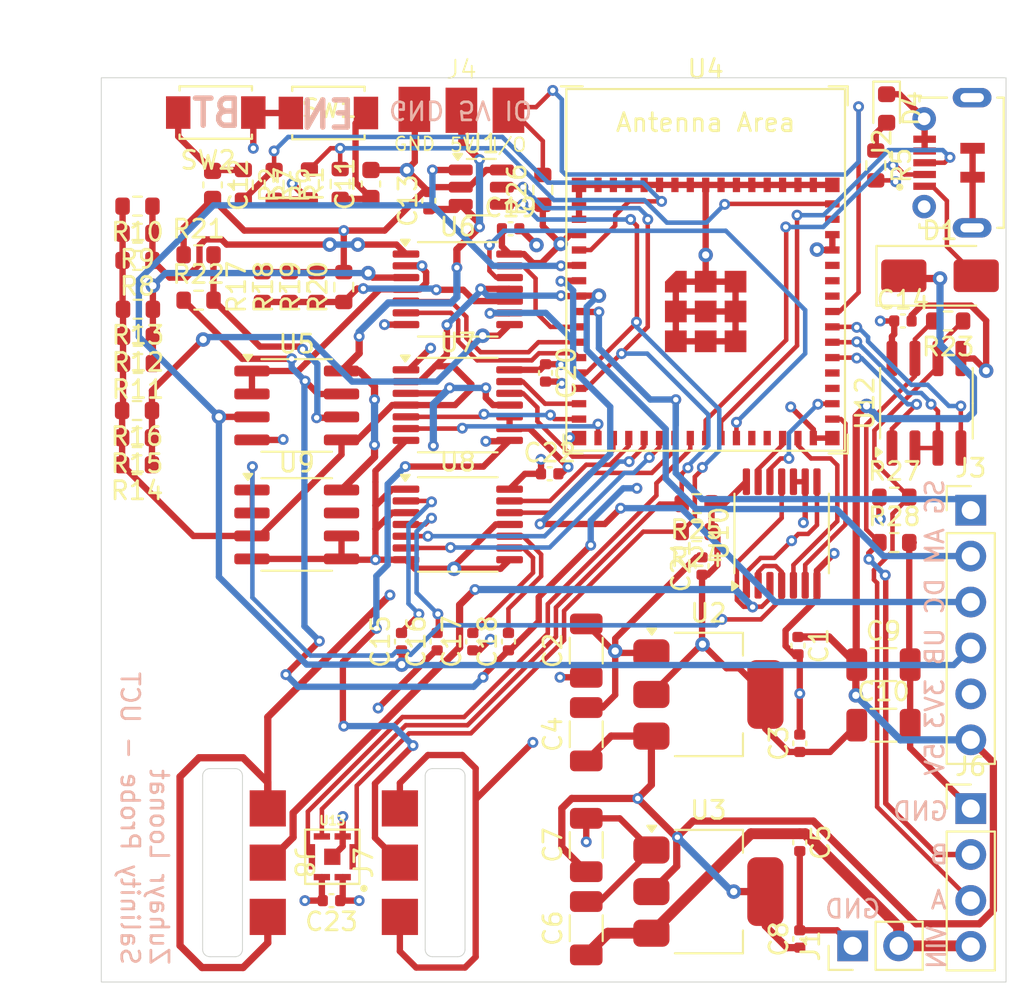
<source format=kicad_pcb>
(kicad_pcb (version 20240108) (generator "pcbnew") (generator_version "8.0")
  (title_block (title "Probe PCB") (date "2025-08-19") (rev "V2-0"))
  (layers (0 "F.Cu" signal) (1 "In1.Cu" signal) (2 "In2.Cu" signal) (31 "B.Cu" signal) (34 "B.Paste" user) (35 "F.Paste" user) (36 "B.SilkS" user "B.Silkscreen") (37 "F.SilkS" user "F.Silkscreen") (38 "B.Mask" user) (39 "F.Mask" user) (44 "Edge.Cuts" user))
  (net 0 "")
  (net 1 "5V")
  (net 2 "GND")
  (net 3 "3V3")
  (net 4 "9V")
  (net 5 "Net-(C11-Pad1)")
  (net 6 "Net-(C12-Pad1)")
  (net 7 "C_UBD")
  (net 8 "/UNB_DAC")
  (net 9 "C_DAC")
  (net 10 "/DAC")
  (net 11 "C_AMP")
  (net 12 "/AMP")
  (net 13 "C_SGN")
  (net 14 "/Signal")
  (net 15 "Net-(D1-A)")
  (net 16 "Net-(D4-A)")
  (net 17 "D+")
  (net 18 "D-")
  (net 19 "GPIO42")
  (net 20 "RS485_B-")
  (net 21 "RS485_A+")
  (net 22 "Au+ Shield")
  (net 23 "Net-(J7-Pin_1)")
  (net 24 "Net-(J8-Pin_2)")
  (net 25 "Au- Shield")
  (net 26 "EN")
  (net 27 "GPIO0")
  (net 28 "Net-(U6-NO1)")
  (net 29 "Net-(U6-NO2)")
  (net 30 "Net-(U6-NO3)")
  (net 31 "/Calib")
  (net 32 "Net-(U5B--)")
  (net 33 "SDA")
  (net 34 "SCL")
  (net 35 "SW_R1_100")
  (net 36 "INT")
  (net 38 "SW_Au-_SH+")
  (net 41 "SW_UBD")
  (net 43 "SW_SGN")
  (net 44 "SW_AMP")
  (net 45 "SW_R1_1K")
  (net 46 "SW_Au+_SH-")
  (net 48 "GPIO39")
  (net 50 "SW_Au-_GND")
  (net 51 "SW_Au-")
  (net 52 "SW_Au+_SH+")
  (net 53 "SW_Calib")
  (net 55 "SW_Au+")
  (net 56 "SW_Au+_GND")
  (net 57 "SW_Au-_SH-")
  (net 59 "SW_R1_10K")
  (net 60 "GPIO41")
  (net 61 "GPIO40")
  (net 62 "SW_DAC")
  (net 63 "Net-(U10-COM1)")
  (footprint "Resistor_SMD:R_0603_1608Metric" (layer "F.Cu") (at 145.375 32.3)
    (property "Reference" "R22")
    (property "Value" "10K")
  )
  (footprint "ThesisLib:SHOUHAN_MICROXNJ_Edited" (layer "F.Cu") (at 189.875 24.7 -90)
    (property "Reference" "J2")
    (property "Value" "USB_B_Micro")
  )
  (footprint "Connector_PinHeader_2.54mm:PinHeader_1x02_P2.54mm_Vertical" (layer "F.Cu") (at 181.525 68 90)
    (property "Reference" "J1")
    (property "Value" "PWR")
  )
  (footprint "Capacitor_SMD:C_0603_1608Metric" (layer "F.Cu") (at 154.9 25.875 90)
    (property "Reference" "C11")
    (property "Value" "10uF")
  )
  (footprint "Diode_SMD:D_SMA" (layer "F.Cu") (at 186.35 30.95)
    (property "Reference" "D1")
    (property "Value" "SS34")
  )
  (footprint "Resistor_SMD:R_0603_1608Metric" (layer "F.Cu") (at 153.2 25.875 90)
    (property "Reference" "R1")
    (property "Value" "470")
  )
  (footprint "ThesisLib:SW_TS-1088-AR02016" (layer "F.Cu") (at 152.55 21.95)
    (property "Reference" "SW1")
    (property "Value" "SW_En" (hide yes))
  )
  (footprint "Resistor_SMD:R_0603_1608Metric" (layer "F.Cu") (at 142.025 34.3 180)
    (property "Reference" "R12")
    (property "Value" "3K")
  )
  (footprint "Capacitor_SMD:C_0402_1005Metric" (layer "F.Cu") (at 158.1 26.8 90)
    (property "Reference" "C13")
    (property "Value" "0.1uF")
  )
  (footprint "ThesisLib:CCLGA-7L" (layer "F.Cu") (at 152.765 63.075)
    (property "Reference" "U13")
    (property "Value" "LPS28DFW")
  )
  (footprint "Capacitor_SMD:C_0402_1005Metric" (layer "F.Cu") (at 156.59 51.18 90)
    (property "Reference" "C15")
    (property "Value" "0.1uF")
  )
  (footprint "Resistor_SMD:R_0603_1608Metric" (layer "F.Cu") (at 164.4 26.2 90)
    (property "Reference" "R26")
    (property "Value" "4.7K")
  )
  (footprint "Resistor_SMD:R_0603_1608Metric" (layer "F.Cu") (at 150.4 31.575 90)
    (property "Reference" "R18")
    (property "Value" "20")
  )
  (footprint "Capacitor_SMD:C_0402_1005Metric" (layer "F.Cu") (at 158.56 51.18 90)
    (property "Reference" "C16")
    (property "Value" "0.1uF")
  )
  (footprint "Capacitor_SMD:C_0402_1005Metric" (layer "F.Cu") (at 162.62 28.35)
    (property "Reference" "C19")
    (property "Value" "0.1uF")
  )
  (footprint "Capacitor_SMD:C_0402_1005Metric" (layer "F.Cu") (at 164.78 41.9)
    (property "Reference" "C22")
    (property "Value" "0.1uF")
  )
  (footprint "Capacitor_SMD:C_0402_1005Metric" (layer "F.Cu") (at 178.6 67.62 90)
    (property "Reference" "C8")
    (property "Value" "0.1uF")
  )
  (footprint "Capacitor_SMD:C_0402_1005Metric" (layer "F.Cu") (at 160.53 51.18 90)
    (property "Reference" "C17")
    (property "Value" "0.1uF")
  )
  (footprint "Resistor_SMD:R_0603_1608Metric" (layer "F.Cu") (at 183.825 43.19)
    (property "Reference" "R27")
    (property "Value" "4.7K")
  )
  (footprint "Resistor_SMD:R_0603_1608Metric" (layer "F.Cu") (at 141.975 39.9 180)
    (property "Reference" "R15")
    (property "Value" "30K")
  )
  (footprint "Resistor_SMD:R_0603_1608Metric" (layer "F.Cu") (at 151.9 31.575 90)
    (property "Reference" "R19")
    (property "Value" "20")
  )
  (footprint "Resistor_SMD:R_0603_1608Metric" (layer "F.Cu") (at 141.975 38.4 180)
    (property "Reference" "R16")
    (property "Value" "30K")
  )
  (footprint "ThesisLib:SW_TS-1088-AR02016" (layer "F.Cu") (at 146.325 21.925 180)
    (property "Reference" "SW2")
    (property "Value" "SW_Boot")
  )
  (footprint "Capacitor_SMD:C_0603_1608Metric" (layer "F.Cu") (at 146.15 25.925 -90)
    (property "Reference" "C12")
    (property "Value" "10uF")
  )
  (footprint "Resistor_SMD:R_0603_1608Metric" (layer "F.Cu") (at 186.8 33.45 180)
    (property "Reference" "R23")
    (property "Value" "120")
  )
  (footprint "Capacitor_SMD:C_0402_1005Metric" (layer "F.Cu") (at 173.2 47 90)
    (property "Reference" "C21")
    (property "Value" "0.1uF")
  )
  (footprint "Connector_PinHeader_2.54mm:PinHeader_1x04_P2.54mm_Vertical" (layer "F.Cu") (at 188.05 60.41)
    (property "Reference" "J6")
    (property "Value" "Inter Board" (hide yes))
  )
  (footprint "Capacitor_SMD:C_1206_3216Metric" (layer "F.Cu") (at 166.8 67.025 90)
    (property "Reference" "C6")
    (property "Value" "22uF")
  )
  (footprint "Package_SO:TSSOP-14_4.4x5mm_P0.65mm" (layer "F.Cu") (at 159.7 38.1)
    (property "Reference" "U7")
    (property "Value" "4xSwitch")
  )
  (footprint "Resistor_SMD:R_0603_1608Metric" (layer "F.Cu") (at 172.9 45.1 180)
    (property "Reference" "R24")
    (property "Value" "4.7K")
  )
  (footprint "ThesisLib:Au_Electrode" (layer "F.Cu") (at 146.7 63.4 -90)
    (property "Reference" "J8")
    (property "Value" "Au2")
    (fp_line (start -4.8 1.1) (end 4.8 1.1) (stroke (width 0.05)) (layer "Edge.Cuts"))
    (fp_line (start -5.2 -0.7) (end -5.2 0.7) (stroke (width 0.05)) (layer "Edge.Cuts"))
    (fp_line (start 5.2 -0.7) (end 5.2 0.7) (stroke (width 0.05)) (layer "Edge.Cuts"))
    (fp_line (start -4.8 -1.1) (end 4.8 -1.1) (stroke (width 0.05)) (layer "Edge.Cuts"))
    (fp_arc (start -4.8 1.1) (mid -5.082843 0.982843) (end -5.2 0.7) (stroke (width 0.05)) (layer "Edge.Cuts"))
    (fp_arc (start 5.2 0.7) (mid 5.082843 0.982843) (end 4.8 1.1) (stroke (width 0.05)) (layer "Edge.Cuts"))
    (fp_arc (start -5.2 -0.7) (mid -5.082843 -0.982843) (end -4.8 -1.1) (stroke (width 0.05)) (layer "Edge.Cuts"))
    (fp_arc (start 4.8 -1.1) (mid 5.082843 -0.982843) (end 5.2 -0.7) (stroke (width 0.05)) (layer "Edge.Cuts"))
  )
  (footprint "Package_TO_SOT_SMD:SOT-223-3_TabPin2" (layer "F.Cu") (at 173.55 54.1)
    (property "Reference" "U2")
    (property "Value" "AMS1117-3.3")
  )
  (footprint "PCM_Espressif:ESP32-S2-MINI-1" (layer "F.Cu") (at 173.4 32.925)
    (property "Reference" "U4")
    (property "Value" "ESP32-S2-MINI-1")
  )
  (footprint "Package_SO:TSSOP-14_4.4x5mm_P0.65mm" (layer "F.Cu") (at 159.7 31.7)
    (property "Reference" "U6")
    (property "Value" "4xSwitch")
  )
  (footprint "Capacitor_SMD:C_0402_1005Metric" (layer "F.Cu") (at 164.55 36.32 -90)
    (property "Reference" "C20")
    (property "Value" "0.1uF")
  )
  (footprint "Package_TO_SOT_SMD:SOT-23-6" (layer "F.Cu") (at 161 26.05)
    (property "Reference" "U1")
    (property "Value" "MCP4725xxx-xCH")
  )
  (footprint "Capacitor_SMD:C_1206_3216Metric" (layer "F.Cu") (at 166.8 62.425 90)
    (property "Reference" "C7")
    (property "Value" "22uF")
  )
  (footprint "Capacitor_SMD:C_0402_1005Metric" (layer "F.Cu") (at 162.5 51.18 90)
    (property "Reference" "C18")
    (property "Value" "0.1uF")
  )
  (footprint "Capacitor_SMD:C_0402_1005Metric" (layer "F.Cu") (at 178.5 51.4 -90)
    (property "Reference" "C1")
    (property "Value" "0.1uF")
  )
  (footprint "Resistor_SMD:R_0603_1608Metric" (layer "F.Cu") (at 142 27.1 180)
    (property "Reference" "R10")
    (property "Value" "300")
  )
  (footprint "Resistor_SMD:R_0603_1608Metric" (layer "F.Cu") (at 145.375 29.79)
    (property "Reference" "R21")
    (property "Value" "1K")
  )
  (footprint "Capacitor_SMD:C_1206_3216Metric" (layer "F.Cu") (at 183.225 55.8)
    (property "Reference" "C10")
    (property "Value" "22uF")
  )
  (footprint "Resistor_SMD:R_0603_1608Metric" (layer "F.Cu") (at 147.85 25.925 -90)
    (property "Reference" "R2")
    (property "Value" "470")
  )
  (footprint "Capacitor_SMD:C_1206_3216Metric" (layer "F.Cu") (at 183.225 52.45)
    (property "Reference" "C9")
    (property "Value" "22uF")
  )
  (footprint "Resistor_SMD:R_0603_1608Metric" (layer "F.Cu") (at 151.5 25.9 90)
    (property "Reference" "R7")
    (property "Value" "10K")
  )
  (footprint "Resistor_SMD:R_0603_1608Metric" (layer "F.Cu") (at 142 30.1 180)
    (property "Reference" "R8")
    (property "Value" "300")
  )
  (footprint "Resistor_SMD:R_0603_1608Metric" (layer "F.Cu") (at 172.9 43.55 180)
    (property "Reference" "R25")
    (property "Value" "4.7K")
  )
  (footprint "Package_SO:SOIC-8_3.9x4.9mm_P1.27mm" (layer "F.Cu") (at 185.6 38 90)
    (property "Reference" "U12")
    (property "Value" "SP3485EN")
  )
  (footprint "ThesisLib:3-Wire Solder Pads" (layer "F.Cu") (at 159.9 23.55)
    (property "Reference" "J4")
    (property "Value" "Temp_Screw")
  )
  (footprint "Resistor_SMD:R_0603_1608Metric" (layer "F.Cu") (at 142.025 32.8 180)
    (property "Reference" "R13")
    (property "Value" "3K")
  )
  (footprint "Resistor_SMD:R_0603_1608Metric" (layer "F.Cu") (at 153.4 31.575 90)
    (property "Reference" "R20")
    (property "Value" "20")
  )
  (footprint "Package_SO:SOIC-8_3.9x4.9mm_P1.27mm" (layer "F.Cu") (at 150.8 44.7)
    (property "Reference" "U9")
    (property "Value" "LM358")
  )
  (footprint "Resistor_SMD:R_0603_1608Metric" (layer "F.Cu") (at 142.025 35.8 180)
    (property "Reference" "R11")
    (property "Value" "3K")
  )
  (footprint "Capacitor_SMD:C_0402_1005Metric" (layer "F.Cu") (at 178.6 62.28 -90)
    (property "Reference" "C5")
    (property "Value" "0.1uF")
  )
  (footprint "Resistor_SMD:R_0603_1608Metric" (layer "F.Cu") (at 141.975 41.4 180)
    (property "Reference" "R14")
    (property "Value" "30K")
  )
  (footprint "Resistor_SMD:R_0603_1608Metric" (layer "F.Cu") (at 148.9 31.575 90)
    (property "Reference" "R17")
    (property "Value" "20")
  )
  (footprint "Connector_PinHeader_2.54mm:PinHeader_1x06_P2.54mm_Vertical" (layer "F.Cu") (at 188.05 43.91)
    (property "Reference" "J3")
    (property "Value" "TP")
  )
  (footprint "Package_SO:SOIC-8_3.9x4.9mm_P1.27mm" (layer "F.Cu") (at 150.8 38.12)
    (property "Reference" "U5")
    (property "Value" "LM358")
  )
  (footprint "Package_SO:TSSOP-14_4.4x5mm_P0.65mm" (layer "F.Cu") (at 159.7 44.7)
    (property "Reference" "U8")
    (property "Value" "4xSwitch")
  )
  (footprint "Resistor_SMD:R_0603_1608Metric" (layer "F.Cu") (at 183.825 45.7)
    (property "Reference" "R28")
    (property "Value" "4.7K")
  )
  (footprint "Capacitor_SMD:C_0402_1005Metric" (layer "F.Cu") (at 152.72 65.5 180)
    (property "Reference" "C23")
    (property "Value" "0.1uF")
  )
  (footprint "Resistor_SMD:R_0603_1608Metric" (layer "F.Cu") (at 149.55 25.925 -90)
    (property "Reference" "R6")
    (property "Value" "10K")
  )
  (footprint "Package_TO_SOT_SMD:SOT-223-3_TabPin2" (layer "F.Cu") (at 173.55 65)
    (property "Reference" "U3")
    (property "Value" "AMS1117-5.0")
  )
  (footprint "Capacitor_SMD:C_0402_1005Metric" (layer "F.Cu") (at 184.3 33.45)
    (property "Reference" "C14")
    (property "Value" "0.1uF")
  )
  (footprint "ThesisLib:Au_Electrode" (layer "F.Cu") (at 159 63.4 90)
    (property "Reference" "J7")
    (property "Value" "Au1")
    (fp_line (start -4.8 -1.1) (end 4.8 -1.1) (stroke (width 0.05)) (layer "Edge.Cuts"))
    (fp_line (start 5.2 -0.7) (end 5.2 0.7) (stroke (width 0.05)) (layer "Edge.Cuts"))
    (fp_line (start -5.2 -0.7) (end -5.2 0.7) (stroke (width 0.05)) (layer "Edge.Cuts"))
    (fp_line (start -4.8 1.1) (end 4.8 1.1) (stroke (width 0.05)) (layer "Edge.Cuts"))
    (fp_arc (start 4.8 -1.1) (mid 5.082843 -0.982843) (end 5.2 -0.7) (stroke (width 0.05)) (layer "Edge.Cuts"))
    (fp_arc (start -5.2 -0.7) (mid -5.082843 -0.982843) (end -4.8 -1.1) (stroke (width 0.05)) (layer "Edge.Cuts"))
    (fp_arc (start 5.2 0.7) (mid 5.082843 0.982843) (end 4.8 1.1) (stroke (width 0.05)) (layer "Edge.Cuts"))
    (fp_arc (start -4.8 1.1) (mid -5.082843 0.982843) (end -5.2 0.7) (stroke (width 0.05)) (layer "Edge.Cuts"))
  )
  (footprint "LED_SMD:LED_0603_1608Metric" (layer "F.Cu") (at 183.4 21.7 -90)
    (property "Reference" "D4")
    (property "Value" "LED")
  )
  (footprint "Resistor_SMD:R_0603_1608Metric" (layer "F.Cu") (at 182.8 24.85 -90)
    (property "Reference" "R5")
    (property "Value" "1K")
  )
  (footprint "Capacitor_SMD:C_0402_1005Metric" (layer "F.Cu") (at 178.6 56.8 90)
    (property "Reference" "C3")
    (property "Value" "0.1uF")
  )
  (footprint "Package_SO:TSSOP-14_4.4x5mm_P0.65mm" (layer "F.Cu") (at 177.6 45.2 90)
    (property "Reference" "U10")
    (property "Value" "4xSwitch")
  )
  (footprint "Capacitor_SMD:C_1206_3216Metric" (layer "F.Cu") (at 166.8 51.675 90)
    (property "Reference" "C2")
    (property "Value" "22uF")
  )
  (footprint "Resistor_SMD:R_0603_1608Metric" (layer "F.Cu") (at 142 28.6 180)
    (property "Reference" "R9")
    (property "Value" "300")
  )
  (footprint "Capacitor_SMD:C_1206_3216Metric" (layer "F.Cu") (at 166.8 56.3 90)
    (property "Reference" "C4")
    (property "Value" "22uF")
  )
  (gr_rect (start 140 20) (end 190 70) (stroke (width 0.05)) (fill none) (layer "Edge.Cuts"))
  (gr_text "SG AM DC UB 3V3 5V" (at 186.65 42.1 90) (layer "B.SilkS") (effects (font (size 1 1)) (justify left bottom mirror)))
  (gr_text "A" (at 186.8 66.05 0) (layer "B.SilkS") (effects (font (size 1 1)) (justify left bottom mirror)))
  (gr_text "EN" (at 154.15 22.925 0) (layer "B.SilkS") (effects (font (size 1.5 1.5) (thickness 0.3) (bold yes)) (justify left bottom mirror)))
  (gr_text "GND 5V IO" (at 155.8 21.2 180) (layer "B.SilkS") (effects (font (size 1 1)) (justify left bottom mirror)))
  (gr_text "VIN" (at 186.75 66.8 90) (layer "B.SilkS") (effects (font (size 1 1) (thickness 0.15) (bold yes)) (justify left bottom mirror)))
  (gr_text "BT" (at 147.9 22.825 0) (layer "B.SilkS") (effects (font (size 1.5 1.5) (thickness 0.3) (bold yes)) (justify left bottom mirror)))
  (gr_text "B" (at 186.9 63.55 0) (layer "B.SilkS") (effects (font (size 1 1)) (justify left bottom mirror)))
  (gr_text "Zuhayr Loonat\nSalinity Probe - UCT" (at 141 69.15 -90) (layer "B.SilkS") (effects (font (size 1 1)) (justify left bottom mirror)))
  (gr_text "GND" (at 186.9 61.15 0) (layer "B.SilkS") (effects (font (size 1 1)) (justify left bottom mirror)))
  (gr_text "GND" (at 183.15 66.55 0) (layer "B.SilkS") (effects (font (size 1 1)) (justify left bottom mirror)))
  (segment (start 160.9 28.25) (end 160.9 28.0375) (width 0.4) (layer "F.Cu") (net 1))
  (segment (start 159.5825 27.28) (end 159.8625 27) (width 0.4) (layer "F.Cu") (net 1))
  (segment (start 180.22 50.92) (end 178.5 50.92) (width 0.4) (layer "F.Cu") (net 1))
  (segment (start 181.7 52.5) (end 181.75 52.45) (width 0.4) (layer "F.Cu") (net 1))
  (segment (start 154.25 34.3) (end 154.25 35.24) (width 0.4) (layer "F.Cu") (net 1))
  (segment (start 177.9 68.1) (end 178.6 68.1) (width 0.4) (layer "F.Cu") (net 1))
  (segment (start 155.1 37.065001) (end 155.1 37.8) (width 0.4) (layer "F.Cu") (net 1))
  (segment (start 181.71956 38.720134) (end 182.294847 38.144847) (width 0.4) (layer "F.Cu") (net 1))
  (segment (start 176.7 65) (end 176.7 66.9) (width 0.4) (layer "F.Cu") (net 1))
  (segment (start 155.1 40.3) (end 155.1 40.97) (width 0.4) (layer "F.Cu") (net 1))
  (segment (start 179.35 61.1) (end 172.703984 61.1) (width 0.4) (layer "F.Cu") (net 1))
  (segment (start 169.646016 59.85) (end 165.998834 59.85) (width 0.4) (layer "F.Cu") (net 1))
  (segment (start 181.7 54.15) (end 181.7 52.5) (width 0.4) (layer "F.Cu") (net 1))
  (segment (start 188.527767 66.78) (end 185.03 66.78) (width 0.4) (layer "F.Cu") (net 1))
  (segment (start 159.65 29.5) (end 159.65 30.5) (width 0.4) (layer "F.Cu") (net 1))
  (segment (start 171.8 63.6) (end 171.8 62.003984) (width 0.4) (layer "F.Cu") (net 1))
  (segment (start 165.45 62.55) (end 166.8 63.9) (width 0.4) (layer "F.Cu") (net 1))
  (segment (start 158.1 27.28) (end 159.5825 27.28) (width 0.4) (layer "F.Cu") (net 1))
  (segment (start 176.7 66.9) (end 177.9 68.1) (width 0.4) (layer "F.Cu") (net 1))
  (segment (start 165.998834 59.85) (end 165.45 60.398834) (width 0.4) (layer "F.Cu") (net 1))
  (segment (start 159.925 21.625) (end 159.925 23.55) (width 0.4) (layer "F.Cu") (net 1))
  (segment (start 172.703984 61.1) (end 171.8 62.003984) (width 0.4) (layer "F.Cu") (net 1))
  (segment (start 165.45 60.398834) (end 165.45 62.55) (width 0.4) (layer "F.Cu") (net 1))
  (segment (start 154.25 35.24) (end 153.275 36.215) (width 0.4) (layer "F.Cu") (net 1))
  (segment (start 186.35 31.1) (end 184.5 31.1) (width 0.4) (layer "F.Cu") (net 1))
  (segment (start 170.4 56.4) (end 170.4 59.096016) (width 0.4) (layer "F.Cu") (net 1))
  (segment (start 171.824989 62.003984) (end 171.836434 61.992539) (width 0.4) (layer "F.Cu") (net 1))
  (segment (start 166.8 57.775) (end 168.175 56.4) (width 0.4) (layer "F.Cu") (net 1))
  (segment (start 154.249999 36.215) (end 155.1 37.065001) (width 0.4) (layer "F.Cu") (net 1))
  (segment (start 176.7 65) (end 174.95 65) (width 0.4) (layer "F.Cu") (net 1))
  (segment (start 181.75 52.45) (end 181.71956 52.41956) (width 0.4) (layer "F.Cu") (net 1))
  (segment (start 189.3 66.007767) (end 188.527767 66.78) (width 0.4) (layer "F.Cu") (net 1))
  (segment (start 184.65 30.85) (end 184.4 30.6) (width 0.4) (layer "F.Cu") (net 1))
  (segment (start 184.5 30.85) (end 184.35 30.7) (width 0.4) (layer "F.Cu") (net 1))
  (segment (start 171.8 62.003984) (end 169.646016 59.85) (width 0.4) (layer "F.Cu") (net 1))
  (segment (start 170.4 59.096016) (end 169.646016 59.85) (width 0.4) (layer "F.Cu") (net 1))
  (segment (start 155.1 40.97) (end 153.275 42.795) (width 0.4) (layer "F.Cu") (net 1))
  (segment (start 171.8 62.003984) (end 171.824989 62.003984) (width 0.4) (layer "F.Cu") (net 1))
  (segment (start 181.75 52.45) (end 180.22 50.92) (width 0.4) (layer "F.Cu") (net 1))
  (segment (start 160.9 28.25) (end 159.65 29.5) (width 0.4) (layer "F.Cu") (net 1))
  (segment (start 170.4 65) (end 171.8 63.6) (width 0.4) (layer "F.Cu") (net 1))
  (segment (start 168.175 56.4) (end 170.4 56.4) (width 0.4) (layer "F.Cu") (net 1))
  (segment (start 181.71956 52.41956) (end 181.71956 38.720134) (width 0.4) (layer "F.Cu") (net 1))
  (segment (start 188.05 56.61) (end 189.3 57.86) (width 0.4) (layer "F.Cu") (net 1))
  (segment (start 160.9 28.0375) (end 159.8625 27) (width 0.4) (layer "F.Cu") (net 1))
  (segment (start 185.03 66.78) (end 179.35 61.1) (width 0.4) (layer "F.Cu") (net 1))
  (segment (start 189.3 57.86) (end 189.3 66.007767) (width 0.4) (layer "F.Cu") (net 1))
  (segment (start 153.275 36.215) (end 154.249999 36.215) (width 0.4) (layer "F.Cu") (net 1))
  (segment (start 159.925 23.55) (end 160.9 24.525) (width 0.4) (layer "F.Cu") (net 1))
  (via (at 169.646016 59.85) (size 0.6) (drill 0.3) (layers "F.Cu" "B.Cu") (net 1))
  (via (at 155.1 37.8) (size 0.6) (drill 0.3) (layers "F.Cu" "B.Cu") (net 1))
  (via (at 154.25 34.3) (size 0.6) (drill 0.3) (layers "F.Cu" "B.Cu") (net 1))
  (via (at 181.7 54.15) (size 0.8) (drill 0.4) (layers "F.Cu" "B.Cu") (net 1))
  (via (at 155.1 40.3) (size 0.6) (drill 0.3) (layers "F.Cu" "B.Cu") (net 1))
  (via (at 159.65 30.5) (size 0.6) (drill 0.3) (layers "F.Cu" "B.Cu") (net 1))
  (via (at 160.9 24.525) (size 0.6) (drill 0.3) (layers "F.Cu" "B.Cu") (net 1))
  (via (at 160.9 28.25) (size 0.6) (drill 0.3) (layers "F.Cu" "B.Cu") (net 1))
  (via (at 186.35 31.1) (size 0.8) (drill 0.4) (layers "F.Cu" "B.Cu") (net 1))
  (via (at 174.95 65) (size 0.8) (drill 0.4) (layers "F.Cu" "B.Cu") (net 1))
  (via (at 182.294847 38.144847) (size 0.8) (drill 0.4) (layers "F.Cu" "B.Cu") (net 1))
  (via (at 171.836434 61.992539) (size 0.6) (drill 0.3) (layers "F.Cu" "B.Cu") (net 1))
  (segment (start 186.35 34.75) (end 186.35 31.1) (width 0.4) (layer "B.Cu") (net 1))
  (segment (start 159.325544 32.45) (end 155.86005 32.45) (width 0.4) (layer "B.Cu") (net 1))
  (segment (start 154.25 34.06005) (end 154.25 34.3) (width 0.4) (layer "B.Cu") (net 1))
  (segment (start 174.95 65) (end 174.843895 65) (width 0.4) (layer "B.Cu") (net 1))
  (segment (start 160.9 24.525) (end 160.9 28.25) (width 0.4) (layer "B.Cu") (net 1))
  (segment (start 155.86005 32.45) (end 154.25 34.06005) (width 0.4) (layer "B.Cu") (net 1))
  (segment (start 188.05 56.61) (end 184.16 56.61) (width 0.4) (layer "B.Cu") (net 1))
  (segment (start 184.16 56.61) (end 181.7 54.15) (width 0.4) (layer "B.Cu") (net 1))
  (segment (start 159.65 30.5) (end 159.65 32.125544) (width 0.4) (layer "B.Cu") (net 1))
  (segment (start 183 38.85) (end 187.85 38.85) (width 0.4) (layer "B.Cu") (net 1))
  (segment (start 188.2 36.6) (end 186.35 34.75) (width 0.4) (layer "B.Cu") (net 1))
  (segment (start 174.843895 65) (end 171.836434 61.992539) (width 0.4) (layer "B.Cu") (net 1))
  (segment (start 182.294847 38.144847) (end 183 38.85) (width 0.4) (layer "B.Cu") (net 1))
  (segment (start 155.1 37.8) (end 155.1 40.3) (width 0.4) (layer "B.Cu") (net 1))
  (segment (start 159.65 32.125544) (end 159.325544 32.45) (width 0.4) (layer "B.Cu") (net 1))
  (segment (start 188.2 38.5) (end 188.2 36.6) (width 0.4) (layer "B.Cu") (net 1))
  (segment (start 187.85 38.85) (end 188.2 38.5) (width 0.4) (layer "B.Cu") (net 1))
  (segment (start 157.790001 26.32) (end 158.1 26.32) (width 0.35) (layer "F.Cu") (net 2))
  (segment (start 184.7 55.8) (end 184.7 57.06) (width 0.35) (layer "F.Cu") (net 2))
  (segment (start 168.4 51.010001) (end 168.4 51.7) (width 0.35) (layer "F.Cu") (net 2))
  (segment (start 178.9 42.3375) (end 178.9 44.5) (width 0.3) (layer "F.Cu") (net 2))
  (segment (start 155.15 43.65) (end 155.15 44.95) (width 0.35) (layer "F.Cu") (net 2))
  (segment (start 161.8 44.7) (end 159.85 46.65) (width 0.35) (layer "F.Cu") (net 2))
  (segment (start 173.4 32.925) (end 175.05 32.925) (width 0.35) (layer "F.Cu") (net 2))
  (segment (start 155.15 44.95) (end 155.15 46.65) (width 0.35) (layer "F.Cu") (net 2))
  (segment (start 185.5 24.05) (end 185.5 22.3) (width 0.35) (layer "F.Cu") (net 2))
  (segment (start 153.34 60.86) (end 153.35 60.85) (width 0.35) (layer "F.Cu") (net 2))
  (segment (start 144.55 29.79) (end 144.55 28.3) (width 0.35) (layer "F.Cu") (net 2))
  (segment (start 148.325 40.025) (end 150.025 40.025) (width 0.35) (layer "F.Cu") (net 2))
  (segment (start 162.0625 47.15) (end 159.5 47.15) (width 0.35) (layer "F.Cu") (net 2))
  (segment (start 178.9 44.5) (end 178.8 44.6) (width 0.3) (layer "F.Cu") (net 2))
  (segment (start 184.7 57.06) (end 188.05 60.41) (width 0.35) (layer "F.Cu") (net 2))
  (segment (start 188.15 28.075) (end 188.125 28.1) (width 0.35) (layer "F.Cu") (net 2))
  (segment (start 156.075478 44.05) (end 155.175478 44.95) (width 0.35) (layer "F.Cu") (net 2))
  (segment (start 178.25 42.3375) (end 178.9 42.3375) (width 0.3) (layer "F.Cu") (net 2))
  (segment (start 165.35 36.8) (end 165.45 36.9) (width 0.35) (layer "F.Cu") (net 2))
  (segment (start 162.5625 46.65) (end 162.0625 47.15) (width 0.35) (layer "F.Cu") (net 2))
  (segment (start 177.815 50.559522) (end 177.815 51.415) (width 0.35) (layer "F.Cu") (net 2))
  (segment (start 188.068714 32.6) (end 188.9 33.431286) (width 0.35) (layer "F.Cu") (net 2))
  (segment (start 185.5 22.3) (end 185.475 22.275) (width 0.35) (layer "F.Cu") (net 2))
  (segment (start 164.55 36.8) (end 165.35 36.8) (width 0.35) (layer "F.Cu") (net 2))
  (segment (start 167.55 65.55) (end 170.4 62.7) (width 0.35) (layer "F.Cu") (net 2))
  (segment (start 173.2 46.52) (end 172.890001 46.52) (width 0.35) (layer "F.Cu") (net 2))
  (segment (start 185.320001 32.6) (end 188.068714 32.6) (width 0.35) (layer "F.Cu") (net 2))
  (segment (start 163.15 28.35) (end 164.05 29.25) (width 0.35) (layer "F.Cu") (net 2))
  (segment (start 179.55 48.0625) (end 179.55 48.824522) (width 0.35) (layer "F.Cu") (net 2))
  (segment (start 166.8 54.825) (end 167.7 54.825) (width 0.35) (layer "F.Cu") (net 2))
  (segment (start 158.37 26.05) (end 158.1 26.32) (width 0.35) (layer "F.Cu") (net 2))
  (segment (start 155.15 46.65) (end 153.32 46.65) (width 0.35) (layer "F.Cu") (net 2))
  (segment (start 178.28 51.88) (end 178.5 51.88) (width 0.35) (layer "F.Cu") (net 2))
  (segment (start 148.4 21.925) (end 148.4 23.9) (width 0.35) (layer "F.Cu") (net 2))
  (segment (start 179.55 48.824522) (end 177.815 50.559522) (width 0.35) (layer "F.Cu") (net 2))
  (segment (start 170.4 51.8) (end 168.4 51.8) (width 0.35) (layer "F.Cu") (net 2))
  (segment (start 168.4 51.8) (end 166.8 50.2) (width 0.35) (layer "F.Cu") (net 2))
  (segment (start 156.8375 44.05) (end 156.075478 44.05) (width 0.35) (layer "F.Cu") (net 2))
  (segment (start 150.025 40.025) (end 150.05 40) (width 0.35) (layer "F.Cu") (net 2))
  (segment (start 154.9 25.1) (end 156.88 25.1) (width 0.35) (layer "F.Cu") (net 2))
  (segment (start 171.75 31.275) (end 171.75 34.575) (width 0.35) (layer "F.Cu") (net 2))
  (segment (start 163.1 28.35) (end 163.15 28.35) (width 0.35) (layer "F.Cu") (net 2))
  (segment (start 188.2 20.825) (end 188.175 20.8) (width 0.35) (layer "F.Cu") (net 2))
  (segment (start 150.475 21.95) (end 148.425 21.95) (width 0.35) (layer "F.Cu") (net 2))
  (segment (start 179.35 39.925) (end 179.35 39.45) (width 0.3) (layer "F.Cu") (net 2))
  (segment (start 156.8375 42.75) (end 156.075478 42.75) (width 0.35) (layer "F.Cu") (net 2))
  (segment (start 175.05 34.575) (end 175.05 31.275) (width 0.35) (layer "F.Cu") (net 2))
  (segment (start 180.4 29.525) (end 179.575 29.525) (width 0.35) (layer "F.Cu") (net 2))
  (segment (start 168.65 60.95) (end 170.4 62.7) (width 0.35) (layer "F.Cu") (net 2))
  (segment (start 178.6 67.14) (end 178.6 62.76) (width 0.35) (layer "F.Cu") (net 2))
  (segment (start 152.24 65.5) (end 151.25 65.5) (width 0.35) (layer "F.Cu") (net 2))
  (segment (start 184.65 52.4) (end 184.7 52.45) (width 0.35) (layer "F.Cu") (net 2))
  (segment (start 156.8375 40.05) (end 155.15 41.7375) (width 0.35) (layer "F.Cu") (net 2))
  (segment (start 166.4 25.925) (end 180.4 25.925) (width 0.35) (layer "F.Cu") (net 2))
  (segment (start 157.3375 47.15) (end 156.8375 46.65) (width 0.35) (layer "F.Cu") (net 2))
  (segment (start 184.65 45.7) (end 184.65 52.4) (width 0.35) (layer "F.Cu") (net 2))
  (segment (start 173.4 34.575) (end 171.75 34.575) (width 0.35) (layer "F.Cu") (net 2))
  (segment (start 144.55 28.3) (end 146.15 26.7) (width 0.35) (layer "F.Cu") (net 2))
  (segment (start 166.4 27.825) (end 166.4 26.975) (width 0.35) (layer "F.Cu") (net 2))
  (segment (start 156.88 25.1) (end 157.325 24.655) (width 0.35) (layer "F.Cu") (net 2))
  (segment (start 180.4 28.675) (end 180.4 29.525) (width 0.35) (layer "F.Cu") (net 2))
  (segment (start 156.8375 46.65) (end 155.15 46.65) (width 0.35) (layer "F.Cu") (net 2))
  (segment (start 156.89 25.11) (end 158.1 26.32) (width 0.35) (layer "F.Cu") (net 2))
  (segment (start 166.8 65.55) (end 167.55 65.55) (width 0.35) (layer "F.Cu") (net 2))
  (segment (start 178.6 51.98) (end 178.5 51.88) (width 0.35) (layer "F.Cu") (net 2))
  (segment (start 166.8 60.95) (end 168.65 60.95) (width 0.35) (layer "F.Cu") (net 2))
  (segment (start 179.35 39.925) (end 180.4 39.925) (width 0.3) (layer "F.Cu") (net 2))
  (segment (start 167.7 54.825) (end 168.4 54.125) (width 0.35) (layer "F.Cu") (net 2))
  (segment (start 153.275 45.335) (end 153.275 46.605) (width 0.35) (layer "F.Cu") (net 2))
  (segment (start 172.890001 46.52) (end 168.4 51.010001) (width 0.35) (layer "F.Cu") (net 2))
  (segment (start 165.883883 39.899999) (end 166.374999 39.899999) (width 0.35) (layer "F.Cu") (net 2))
  (segment (start 183.4 20.9125) (end 184.1125 20.9125) (width 0.35) (layer "F.Cu") (net 2))
  (segment (start 161.271618 25.1) (end 160.321618 26.05) (width 0.35) (layer "F.Cu") (net 2))
  (segment (start 156.075478 42.75) (end 155.175478 43.65) (width 0.35) (layer "F.Cu") (net 2))
  (segment (start 155.15 41.7375) (end 155.15 42.35) (width 0.35) (layer "F.Cu") (net 2))
  (segment (start 178.6 56.32) (end 178.6 51.98) (width 0.35) (layer "F.Cu") (net 2))
  (segment (start 153.32 46.65) (end 153.275 46.605) (width 0.35) (layer "F.Cu") (net 2))
  (segment (start 180.665 67.14) (end 181.525 68) (width 0.35) (layer "F.Cu") (net 2))
  (segment (start 157.325 24.655) (end 157.325 21.575) (width 0.35) (layer "F.Cu") (net 2))
  (segment (start 156.8375 33.65) (end 155.65 33.65) (width 0.35) (layer "F.Cu") (net 2))
  (segment (start 162.5625 38.75) (end 162.5625 39.4) (width 0.35) (layer "F.Cu") (net 2))
  (segment (start 159.85 46.65) (end 159.35 47.15) (width 0.35) (layer "F.Cu") (net 2))
  (segment (start 155.660001 28.45) (end 157.790001 26.32) (width 0.35) (layer "F.Cu") (net 2))
  (segment (start 165.416116 41.9) (end 165.795348 41.520768) (width 0.35) (layer "F.Cu") (net 2))
  (segment (start 148.425 21.95) (end 148.4 21.925) (width 0.35) (layer "F.Cu") (net 2))
  (segment (start 159.5 47.15) (end 159.35 47.15) (width 0.35) (layer "F.Cu") (net 2))
  (segment (start 146.15 26.7) (end 147.9 28.45) (width 0.35) (layer "F.Cu") (net 2))
  (segment (start 166.8 60.95) (end 166.8 62.25) (width 0.35) (layer "F.Cu") (net 2))
  (segment (start 179.35 39.45) (end 178.1 38.2) (width 0.3) (layer "F.Cu") (net 2))
  (segment (start 188.2 27.975) (end 188.175 28) (width 0.35) (layer "F.Cu") (net 2))
  (segment (start 148.9 30.75) (end 153.4 30.75) (width 0.35) (layer "F.Cu") (net 2))
  (segment (start 188.225 35.525) (end 188.9 36.2) (width 0.35) (layer "F.Cu") (net 2))
  (segment (start 162.5625 44.7) (end 161.8 44.7) (width 0.35) (layer "F.Cu") (net 2))
  (segment (start 165.26 41.9) (end 165.416116 41.9) (width 0.35) (layer "F.Cu") (net 2))
  (segment (start 162.5625 39.4) (end 163.67458 39.4) (width 0.35) (layer "F.Cu") (net 2))
  (segment (start 163.67458 39.4) (end 165.795348 41.520768) (width 0.35) (layer "F.Cu") (net 2))
  (segment (start 159.8625 26.05) (end 158.37 26.05) (width 0.35) (layer "F.Cu") (net 2))
  (segment (start 175.05 31.275) (end 171.75 31.275) (width 0.35) (layer "F.Cu") (net 2))
  (segment (start 160.321618 26.05) (end 159.8625 26.05) (width 0.35) (layer "F.Cu") (net 2))
  (segment (start 188.15 23.9) (end 188.15 25.5) (width 0.35) (layer "F.Cu") (net 2))
  (segment (start 188.15 28.275) (end 188.125 28.3) (width 0.35) (layer "F.Cu") (net 2))
  (segment (start 153.34 61.95) (end 153.34 60.86) (width 0.35) (layer "F.Cu") (net 2))
  (segment (start 168.4 51.7) (end 168.4 51.8) (width 0.35) (layer "F.Cu") (net 2))
  (segment (start 152.19 64.2) (end 152.19 65.45) (width 0.35) (layer "F.Cu") (net 2))
  (segment (start 184.78 33.140001) (end 185.320001 32.6) (width 0.35) (layer "F.Cu") (net 2))
  (segment (start 184.78 33.45) (end 184.78 33.140001) (width 0.35) (layer "F.Cu") (net 2))
  (segment (start 152.765 63.075) (end 153.34 62.5) (width 0.35) (layer "F.Cu") (net 2))
  (segment (start 153.275 46.605) (end 148.325 46.605) (width 0.35) (layer "F.Cu") (net 2))
  (segment (start 153.4 28.45) (end 153.4 30.75) (width 0.35) (layer "F.Cu") (net 2))
  (segment (start 188.15 25.5) (end 188.15 28.275) (width 0.35) (layer "F.Cu") (net 2))
  (segment (start 155.175478 44.95) (end 155.15 44.95) (width 0.35) (layer "F.Cu") (net 2))
  (segment (start 173.4 32.925) (end 171.75 32.925) (width 0.35) (layer "F.Cu") (net 2))
  (segment (start 179.55 48.0625) (end 179.55 47.25) (width 0.35) (layer "F.Cu") (net 2))
  (segment (start 155.15 42.35) (end 155.15 43.65) (width 0.35) (layer "F.Cu") (net 2))
  (segment (start 156.88 25.1) (end 156.89 25.11) (width 0.35) (layer "F.Cu") (net 2))
  (segment (start 159.35 47.15) (end 157.3375 47.15) (width 0.35) (layer "F.Cu") (net 2))
  (segment (start 184.1125 20.9125) (end 185.475 22.275) (width 0.35) (layer "F.Cu") (net 2))
  (segment (start 179.55 47.25) (end 180.5 46.3) (width 0.35) (layer "F.Cu") (net 2))
  (segment (start 153.34 62.5) (end 153.34 61.95) (width 0.35) (layer "F.Cu") (net 2))
  (segment (start 166.374999 39.899999) (end 166.4 39.925) (width 0.35) (layer "F.Cu") (net 2))
  (segment (start 187.505 35.525) (end 188.225 35.525) (width 0.35) (layer "F.Cu") (net 2))
  (segment (start 179.575 29.525) (end 179.55 29.5) (width 0.35) (layer "F.Cu") (net 2))
  (segment (start 184.7 52.45) (end 184.7 55.8) (width 0.35) (layer "F.Cu") (net 2))
  (segment (start 155.175478 43.65) (end 155.15 43.65) (width 0.35) (layer "F.Cu") (net 2))
  (segment (start 173.4 34.575) (end 175.05 34.575) (width 0.35) (layer "F.Cu") (net 2))
  (segment (start 168.4 54.125) (end 168.4 51.8) (width 0.35) (layer "F.Cu") (net 2))
  (segment (start 188.9 33.431286) (end 188.9 36.2) (width 0.35) (layer "F.Cu") (net 2))
  (segment (start 177.815 51.415) (end 178.28 51.88) (width 0.35) (layer "F.Cu") (net 2))
  (segment (start 166.4 26.975) (end 166.4 25.925) (width 0.35) (layer "F.Cu") (net 2))
  (segment (start 173.4 25.925) (end 173.4 31.275) (width 0.35) (layer "F.Cu") (net 2))
  (segment (start 153.4 28.45) (end 155.660001 28.45) (width 0.35) (layer "F.Cu") (net 2))
  (segment (start 162.1375 25.1) (end 161.271618 25.1) (width 0.35) (layer "F.Cu") (net 2))
  (segment (start 184.65 45.7) (end 184.9 45.7) (width 0.35) (layer "F.Cu") (net 2))
  (segment (start 152.19 65.45) (end 152.24 65.5) (width 0.35) (layer "F.Cu") (net 2))
  (segment (start 178.6 67.14) (end 180.665 67.14) (width 0.35) (layer "F.Cu") (net 2))
  (segment (start 147.9 28.45) (end 153.4 28.45) (width 0.35) (layer "F.Cu") (net 2))
  (via (at 178.8 44.6) (size 0.6) (drill 0.3) (layers "F.Cu" "B.Cu") (net 2))
  (via (at 173.4 29.8) (size 0.8) (drill 0.4) (layers "F.Cu" "B.Cu") (net 2))
  (via (at 179.55 29.5) (size 0.8) (drill 0.4) (layers "F.Cu" "B.Cu") (net 2))
  (via (at 165.795348 41.520768) (size 0.6) (drill 0.3) (layers "F.Cu" "B.Cu") (net 2))
  (via (at 164.05 29.25) (size 0.8) (drill 0.4) (layers "F.Cu" "B.Cu") (net 2))
  (via (at 150.05 40) (size 0.6) (drill 0.3) (layers "F.Cu" "B.Cu") (net 2))
  (via (at 153.35 60.85) (size 0.6) (drill 0.3) (layers "F.Cu" "B.Cu") (net 2))
  (via (at 155.65 33.65) (size 0.6) (drill 0.3) (layers "F.Cu" "B.Cu") (net 2))
  (via (at 153.4 28.45) (size 0.6) (drill 0.3) (layers "F.Cu" "B.Cu") (net 2))
  (via (at 168.4 51.7) (size 0.8) (drill 0.4) (layers "F.Cu" "B.Cu") (net 2))
  (via (at 156.89 25.11) (size 0.8) (drill 0.4) (layers "F.Cu" "B.Cu") (net 2))
  (via (at 159.5 47.15) (size 0.8) (drill 0.4) (layers "F.Cu" "B.Cu") (net 2))
  (via (at 165.883883 39.899999) (size 0.6) (drill 0.3) (layers "F.Cu" "B.Cu") (net 2))
  (via (at 180.5 46.3) (size 0.6) (drill 0.3) (layers "F.Cu" "B.Cu") (net 2))
  (via (at 166.8 62.25) (size 0.6) (drill 0.3) (layers "F.Cu" "B.Cu") (net 2))
  (via (at 178.6 54.05) (size 0.6) (drill 0.3) (layers "F.Cu" "B.Cu") (net 2))
  (via (at 151.25 65.5) (size 0.6) (drill 0.3) (layers "F.Cu" "B.Cu") (net 2))
  (via (at 165.45 36.9) (size 0.6) (drill 0.3) (layers "F.Cu" "B.Cu") (net 2))
  (via (at 188.9 36.2) (size 0.8) (drill 0.4) (layers "F.Cu" "B.Cu") (net 2))
  (via (at 178.1 38.2) (size 0.6) (drill 0.3) (layers "F.Cu" "B.Cu") (net 2))
  (via (at 148.4 23.9) (size 0.6) (drill 0.3) (layers "F.Cu" "B.Cu") (net 2))
  (via (at 155.15 46.65) (size 0.6) (drill 0.3) (layers "F.Cu" "B.Cu") (net 2))
  (segment (start 183.695 34.305) (end 183.82 34.18) (width 0.35) (layer "F.Cu") (net 3))
  (segment (start 173.2 47.48) (end 173.509999 47.48) (width 0.35) (layer "F.Cu") (net 3))
  (segment (start 180.27 57.28) (end 181.75 55.8) (width 0.35) (layer "F.Cu") (net 3))
  (segment (start 151.425 26.725) (end 150.55 25.85) (width 0.35) (layer "F.Cu") (net 3))
  (segment (start 173.2 47.48) (end 173.2 51.3) (width 0.35) (layer "F.Cu") (net 3))
  (segment (start 174.05 45.425) (end 173.725 45.1) (width 0.35) (layer "F.Cu") (net 3))
  (segment (start 162.14 29.3275) (end 162.5625 29.75) (width 0.35) (layer "F.Cu") (net 3))
  (segment (start 166.8 53.15) (end 165.35 53.15) (width 0.35) (layer "F.Cu") (net 3))
  (segment (start 178.6 57.28) (end 180.27 57.28) (width 0.35) (layer "F.Cu") (net 3))
  (segment (start 153.2 65.5) (end 154.25 65.5) (width 0.35) (layer "F.Cu") (net 3))
  (segment (start 162.5625 36.15) (end 164.24 36.15) (width 0.35) (layer "F.Cu") (net 3))
  (segment (start 176.7 54.1) (end 176.7 56) (width 0.35) (layer "F.Cu") (net 3))
  (segment (start 183.695 35.525) (end 183.695 34.305) (width 0.35) (layer "F.Cu") (net 3))
  (segment (start 163.4125 41.9) (end 162.5625 42.75) (width 0.35) (layer "F.Cu") (net 3))
  (segment (start 164.325 30.25) (end 165.3875 29.1875) (width 0.35) (layer "F.Cu") (net 3))
  (segment (start 173.725 43.55) (end 174.4375 43.55) (width 0.35) (layer "F.Cu") (net 3))
  (segment (start 164.24 36.15) (end 164.55 35.84) (width 0.35) (layer "F.Cu") (net 3))
  (segment (start 173.509999 47.48) (end 174.05 46.939999) (width 0.35) (layer "F.Cu") (net 3))
  (segment (start 174.05 46.939999) (end 174.05 45.425) (width 0.35) (layer "F.Cu") (net 3))
  (segment (start 176.7 54.1) (end 175.25 52.65) (width 0.35) (layer "F.Cu") (net 3))
  (segment (start 153.34 64.2) (end 153.34 65.36) (width 0.35) (layer "F.Cu") (net 3))
  (segment (start 174.4375 43.55) (end 175.65 42.3375) (width 0.35) (layer "F.Cu") (net 3))
  (segment (start 163.857105 30.25) (end 164.325 30.25) (width 0.35) (layer "F.Cu") (net 3))
  (segment (start 176.7 56) (end 177.98 57.28) (width 0.35) (layer "F.Cu") (net 3))
  (segment (start 173.2 51.3) (end 170.4 54.1) (width 0.35) (layer "F.Cu") (net 3))
  (segment (start 164.3 41.9) (end 163.4125 41.9) (width 0.35) (layer "F.Cu") (net 3))
  (segment (start 164.4 27.025) (end 164.4 28.2) (width 0.35) (layer "F.Cu") (net 3))
  (segment (start 151.5 26.725) (end 151.425 26.725) (width 0.35) (layer "F.Cu") (net 3))
  (segment (start 162.5625 29.75) (end 163.357105 29.75) (width 0.35) (layer "F.Cu") (net 3))
  (segment (start 183.82 33.45) (end 183.05 33.45) (width 0.3) (layer "F.Cu") (net 3))
  (segment (start 174.55 52.65) (end 173.225 51.325) (width 0.35) (layer "F.Cu") (net 3))
  (segment (start 165.9 28.675) (end 166.4 28.675) (width 0.35) (layer "F.Cu") (net 3))
  (segment (start 165.3875 29.1875) (end 165.9 28.675) (width 0.35) (layer "F.Cu") (net 3))
  (segment (start 164.3 41.9) (end 164.3 41.1) (width 0.35) (layer "F.Cu") (net 3))
  (segment (start 151.5 26.725) (end 149.575 26.725) (width 0.35) (layer "F.Cu") (net 3))
  (segment (start 183.82 34.18) (end 183.82 33.45) (width 0.35) (layer "F.Cu") (net 3))
  (segment (start 165.38 35.84) (end 165.4 35.86) (width 0.35) (layer "F.Cu") (net 3))
  (segment (start 153.34 65.36) (end 153.2 65.5) (width 0.35) (layer "F.Cu") (net 3))
  (segment (start 173.725 43.55) (end 173.725 45.1) (width 0.35) (layer "F.Cu") (net 3))
  (segment (start 164.55 35.84) (end 165.38 35.84) (width 0.35) (layer "F.Cu") (net 3))
  (segment (start 163.357105 29.75) (end 163.857105 30.25) (width 0.35) (layer "F.Cu") (net 3))
  (segment (start 173.225 51.325) (end 173.2 51.3) (width 0.35) (layer "F.Cu") (net 3))
  (segment (start 149.575 26.725) (end 149.55 26.75) (width 0.35) (layer "F.Cu") (net 3))
  (segment (start 162.14 28.35) (end 162.14 29.3275) (width 0.35) (layer "F.Cu") (net 3))
  (segment (start 183 43.19) (end 183 44.35) (width 0.35) (layer "F.Cu") (net 3))
  (segment (start 183.825 25.675) (end 183.9 25.75) (width 0.25) (layer "F.Cu") (net 3))
  (segment (start 164.4 28.2) (end 165.3875 29.1875) (width 0.35) (layer "F.Cu") (net 3))
  (segment (start 175.25 52.65) (end 174.55 52.65) (width 0.35) (layer "F.Cu") (net 3))
  (segment (start 182.8 25.675) (end 183.825 25.675) (width 0.25) (layer "F.Cu") (net 3))
  (segment (start 183 44.35) (end 183.05 44.4) (width 0.35) (layer "F.Cu") (net 3))
  (segment (start 177.98 57.28) (end 178.6 57.28) (width 0.35) (layer "F.Cu") (net 3))
  (via (at 183.05 44.4) (size 0.6) (drill 0.3) (layers "F.Cu" "B.Cu") (net 3))
  (via (at 183.05 33.45) (size 0.6) (drill 0.3) (layers "F.Cu" "B.Cu") (net 3))
  (via (at 173.225 51.325) (size 0.8) (drill 0.4) (layers "F.Cu" "B.Cu") (net 3))
  (via (at 150.55 25.85) (size 0.6) (drill 0.3) (layers "F.Cu" "B.Cu") (net 3))
  (via (at 154.25 65.5) (size 0.6) (drill 0.3) (layers "F.Cu" "B.Cu") (net 3))
  (via (at 183.9 25.75) (size 0.6) (drill 0.3) (layers "F.Cu" "B.Cu") (net 3))
  (via (at 165.3875 29.1875) (size 0.8) (drill 0.4) (layers "F.Cu" "B.Cu") (net 3))
  (via (at 164.3 41.1) (size 0.6) (drill 0.3) (layers "F.Cu" "B.Cu") (net 3))
  (via (at 165.4 35.86) (size 0.6) (drill 0.3) (layers "F.Cu" "B.Cu") (net 3))
  (via (at 165.35 53.15) (size 0.6) (drill 0.3) (layers "F.Cu" "B.Cu") (net 3))
  (segment (start 168 67.3) (end 166.8 68.5) (width 0.6) (layer "F.Cu") (net 4))
  (segment (start 175.9 61.8) (end 170.4 67.3) (width 0.6) (layer "F.Cu") (net 4))
  (segment (start 184.065 66.955001) (end 184.065 68) (width 0.6) (layer "F.Cu") (net 4))
  (segment (start 178.6 61.8) (end 175.9 61.8) (width 0.6) (layer "F.Cu") (net 4))
  (segment (start 178.6 61.8) (end 178.909999 61.8) (width 0.6) (layer "F.Cu") (net 4))
  (segment (start 188.02 68) (end 188.05 68.03) (width 0.6) (layer "F.Cu") (net 4))
  (segment (start 170.4 67.3) (end 168 67.3) (width 0.6) (layer "F.Cu") (net 4))
  (segment (start 184.065 68) (end 188.02 68) (width 0.6) (layer "F.Cu") (net 4))
  (segment (start 178.909999 61.8) (end 184.065 66.955001) (width 0.6) (layer "F.Cu") (net 4))
  (segment (start 154.625 21.95) (end 154.05 22.525) (width 0.35) (layer "F.Cu") (net 5))
  (segment (start 154.05 25.8) (end 154.9 26.65) (width 0.35) (layer "F.Cu") (net 5))
  (segment (start 153.2 26.7) (end 154.85 26.7) (width 0.35) (layer "F.Cu") (net 5))
  (segment (start 154.85 26.7) (end 154.9 26.65) (width 0.35) (layer "F.Cu") (net 5))
  (segment (start 154.05 22.525) (end 154.05 25.8) (width 0.35) (layer "F.Cu") (net 5))
  (segment (start 144.25 21.925) (end 144.25 23.25) (width 0.35) (layer "F.Cu") (net 6))
  (segment (start 146.2 25.1) (end 146.15 25.15) (width 0.35) (layer "F.Cu") (net 6))
  (segment (start 144.25 23.25) (end 146.15 25.15) (width 0.35) (layer "F.Cu") (net 6))
  (segment (start 147.85 25.1) (end 146.2 25.1) (width 0.35) (layer "F.Cu") (net 6))
  (segment (start 156.59 50.7) (end 156.59 50.61) (width 0.25) (layer "F.Cu") (net 7))
  (segment (start 158.2 43.4) (end 158.25 43.45) (width 0.25) (layer "F.Cu") (net 7))
  (segment (start 156.8375 43.4) (end 158.2 43.4) (width 0.25) (layer "F.Cu") (net 7))
  (segment (start 156.59 50.61) (end 157.55 49.65) (width 0.25) (layer "F.Cu") (net 7))
  (via (at 157.55 49.65) (size 0.6) (drill 0.3) (layers "F.Cu" "B.Cu") (net 7))
  (via (at 158.25 43.45) (size 0.6) (drill 0.3) (layers "F.Cu" "B.Cu") (net 7))
  (segment (start 157.55 49.65) (end 156.975 49.075) (width 0.25) (layer "B.Cu") (net 7))
  (segment (start 156.975 49.075) (end 156.975 44.725) (width 0.25) (layer "B.Cu") (net 7))
  (segment (start 156.975 44.725) (end 158.25 43.45) (width 0.25) (layer "B.Cu") (net 7))
  (segment (start 156.6 52.45) (end 156.6 51.67) (width 0.35) (layer "F.Cu") (net 8))
  (segment (start 146.5 38.75) (end 148.32 38.75) (width 0.35) (layer "F.Cu") (net 8))
  (segment (start 166.4 30.375) (end 165.425 30.375) (width 0.35) (layer "F.Cu") (net 8))
  (segment (start 165.425 30.375) (end 165.4 30.4) (width 0.35) (layer "F.Cu") (net 8))
  (segment (start 158.3 25.1) (end 159.8625 25.1) (width 0.35) (layer "F.Cu") (net 8))
  (segment (start 148.32 38.75) (end 148.325 38.755) (width 0.35) (layer "F.Cu") (net 8))
  (segment (start 156.6 51.67) (end 156.59 51.66) (width 0.35) (layer "F.Cu") (net 8))
  (via (at 156.6 52.45) (size 0.8) (drill 0.4) (layers "F.Cu" "B.Cu") (net 8))
  (via (at 158.3 25.1) (size 0.6) (drill 0.3) (layers "F.Cu" "B.Cu") (net 8))
  (via (at 146.5 38.75) (size 0.8) (drill 0.4) (layers "F.Cu" "B.Cu") (net 8))
  (via (at 165.4 30.4) (size 0.6) (drill 0.3) (layers "F.Cu" "B.Cu") (net 8))
  (segment (start 142.075 31.178984) (end 146.199389 27.054595) (width 0.35) (layer "B.Cu") (net 8))
  (segment (start 142.075 34.325) (end 142.075 31.178984) (width 0.35) (layer "B.Cu") (net 8))
  (segment (start 156.6 52.45) (end 151.35 52.45) (width 0.35) (layer "B.Cu") (net 8))
  (segment (start 158.3 27.054595) (end 158.3 25.1) (width 0.35) (layer "B.Cu") (net 8))
  (segment (start 146.5 47.6) (end 146.5 38.75) (width 0.35) (layer "B.Cu") (net 8))
  (segment (start 146.199389 27.054595) (end 158.3 27.054595) (width 0.35) (layer "B.Cu") (net 8))
  (segment (start 187.105 52.475) (end 156.625 52.475) (width 0.35) (layer "B.Cu") (net 8))
  (segment (start 161.645405 30.4) (end 158.3 27.054595) (width 0.35) (layer "B.Cu") (net 8))
  (segment (start 165.4 30.4) (end 161.645405 30.4) (width 0.35) (layer "B.Cu") (net 8))
  (segment (start 188.05 51.53) (end 187.105 52.475) (width 0.35) (layer "B.Cu") (net 8))
  (segment (start 151.35 52.45) (end 146.5 47.6) (width 0.35) (layer "B.Cu") (net 8))
  (segment (start 156.625 52.475) (end 156.6 52.45) (width 0.35) (layer "B.Cu") (net 8))
  (segment (start 146.5 38.75) (end 142.075 34.325) (width 0.35) (layer "B.Cu") (net 8))
  (segment (start 157.9 44.7) (end 158.25 44.35) (width 0.25) (layer "F.Cu") (net 9))
  (segment (start 158.6 49.65) (end 158.6 50.66) (width 0.25) (layer "F.Cu") (net 9))
  (segment (start 158.6 50.66) (end 158.56 50.7) (width 0.25) (layer "F.Cu") (net 9))
  (segment (start 156.8375 44.7) (end 157.9 44.7) (width 0.25) (layer "F.Cu") (net 9))
  (via (at 158.6 49.65) (size 0.6) (drill 0.3) (layers "F.Cu" "B.Cu") (net 9))
  (via (at 158.25 44.35) (size 0.6) (drill 0.3) (layers "F.Cu" "B.Cu") (net 9))
  (segment (start 158.166116 44.35) (end 157.425 45.091116) (width 0.25) (layer "B.Cu") (net 9))
  (segment (start 158.25 44.35) (end 158.166116 44.35) (width 0.25) (layer "B.Cu") (net 9))
  (segment (start 157.425 45.091116) (end 157.425 48.475) (width 0.25) (layer "B.Cu") (net 9))
  (segment (start 157.425 48.475) (end 158.6 49.65) (width 0.25) (layer "B.Cu") (net 9))
  (segment (start 166.4 31.225) (end 165.425 31.225) (width 0.35) (layer "F.Cu") (net 10))
  (segment (start 165.425 31.225) (end 165.4 31.25) (width 0.35) (layer "F.Cu") (net 10))
  (segment (start 157.599523 30.399999) (end 157.599522 30.4) (width 0.35) (layer "F.Cu") (net 10))
  (segment (start 157.599522 31.7) (end 156.8375 31.7) (width 0.35) (layer "F.Cu") (net 10))
  (segment (start 148.325 36.215) (end 150.878714 36.215) (width 0.35) (layer "F.Cu") (net 10))
  (segment (start 157.95 31.349522) (end 157.599522 31.7) (width 0.35) (layer "F.Cu") (net 10))
  (segment (start 158.49 51.66) (end 155.3 54.85) (width 0.35) (layer "F.Cu") (net 10))
  (segment (start 150.878714 36.215) (end 155.393714 31.7) (width 0.35) (layer "F.Cu") (net 10))
  (segment (start 161.480071 33.024999) (end 162.537501 33.024999) (width 0.35) (layer "F.Cu") (net 10))
  (segment (start 156.8375 30.4) (end 157.599522 30.4) (width 0.35) (layer "F.Cu") (net 10))
  (segment (start 157.95 30.750478) (end 157.95 31.349522) (width 0.35) (layer "F.Cu") (net 10))
  (segment (start 167.825 44.675) (end 164.25 44.675) (width 0.35) (layer "F.Cu") (net 10))
  (segment (start 157.719553 30.399999) (end 157.599523 30.399999) (width 0.35) (layer "F.Cu") (net 10))
  (segment (start 158.56 51.66) (end 158.49 51.66) (width 0.35) (layer "F.Cu") (net 10))
  (segment (start 148.325 37.485) (end 148.325 36.215) (width 0.35) (layer "F.Cu") (net 10))
  (segment (start 162.537501 33.024999) (end 162.5625 33) (width 0.35) (layer "F.Cu") (net 10))
  (segment (start 157.599522 30.4) (end 157.95 30.750478) (width 0.35) (layer "F.Cu") (net 10))
  (segment (start 168.7 43.8) (end 167.825 44.675) (width 0.35) (layer "F.Cu") (net 10))
  (segment (start 155.393714 31.7) (end 156.8375 31.7) (width 0.35) (layer "F.Cu") (net 10))
  (via (at 168.7 43.8) (size 0.6) (drill 0.3) (layers "F.Cu" "B.Cu") (net 10))
  (via (at 161.480071 33.024999) (size 0.6) (drill 0.3) (layers "F.Cu" "B.Cu") (net 10))
  (via (at 164.25 44.675) (size 0.6) (drill 0.3) (layers "F.Cu" "B.Cu") (net 10))
  (via (at 165.4 31.25) (size 0.6) (drill 0.3) (layers "F.Cu" "B.Cu") (net 10))
  (via (at 155.3 54.85) (size 0.6) (drill 0.3) (layers "F.Cu" "B.Cu") (net 10))
  (via (at 157.719553 30.399999) (size 0.6) (drill 0.3) (layers "F.Cu" "B.Cu") (net 10))
  (segment (start 166.075 34.35) (end 166.075 33.179595) (width 0.35) (layer "B.Cu") (net 10))
  (segment (start 165.554595 31.25) (end 166.075 31.770405) (width 0.35) (layer "B.Cu") (net 10))
  (segment (start 166.075 36.147461) (end 166.075 34.5125) (width 0.35) (layer "B.Cu") (net 10))
  (segment (start 166.075 34.5125) (end 164.5625 33) (width 0.35) (layer "B.Cu") (net 10))
  (segment (start 168.125 38.197461) (end 166.075 36.147461) (width 0.35) (layer "B.Cu") (net 10))
  (segment (start 166.075 34.5125) (end 166.075 34.35) (width 0.35) (layer "B.Cu") (net 10))
  (segment (start 177.24 48.99) (end 172.05 43.8) (width 0.35) (layer "B.Cu") (net 10))
  (segment (start 172.05 43.8) (end 168.7 43.8) (width 0.35) (layer "B.Cu") (net 10))
  (segment (start 161.50507 33) (end 161.480071 33.024999) (width 0.35) (layer "B.Cu") (net 10))
  (segment (start 188.05 48.99) (end 177.24 48.99) (width 0.35) (layer "B.Cu") (net 10))
  (segment (start 166.075 31.770405) (end 166.075 33.179595) (width 0.35) (layer "B.Cu") (net 10))
  (segment (start 164.5625 33) (end 161.50507 33) (width 0.35) (layer "B.Cu") (net 10))
  (segment (start 165.4 31.25) (end 165.554595 31.25) (width 0.35) (layer "B.Cu") (net 10))
  (segment (start 164.25 44.675) (end 168.125 40.8) (width 0.35) (layer "B.Cu") (net 10))
  (segment (start 168.125 40.8) (end 168.125 38.197461) (width 0.35) (layer "B.Cu") (net 10))
  (segment (start 163.856801 46.543198) (end 163.313603 46) (width 0.25) (layer "F.Cu") (net 11))
  (segment (start 160.53 50.7) (end 163.856801 47.373199) (width 0.25) (layer "F.Cu") (net 11))
  (segment (start 163.856801 47.373199) (end 163.856801 46.543198) (width 0.25) (layer "F.Cu") (net 11))
  (segment (start 163.313603 46) (end 162.5625 46) (width 0.25) (layer "F.Cu") (net 11))
  (segment (start 160.966445 31.675) (end 162.5375 31.675) (width 0.35) (layer "F.Cu") (net 12))
  (segment (start 167.5 32.049997) (end 166.425003 32.049997) (width 0.35) (layer "F.Cu") (net 12))
  (segment (start 154.150478 40.025) (end 156.075478 38.1) (width 0.35) (layer "F.Cu") (net 12))
  (segment (start 159.45 35.95) (end 158.449522 35.95) (width 0.35) (layer "F.Cu") (net 12))
  (segment (start 165.425 32.075) (end 166.4 32.075) (width 0.35) (layer "F.Cu") (net 12))
  (segment (start 141.175 27.1) (end 141.175 30.1) (width 0.35) (layer "F.Cu") (net 12))
  (segment (start 159.55 38.1) (end 160.45 37.2) (width 0.35) (layer "F.Cu") (net 12))
  (segment (start 160.45 36.95) (end 159.45 35.95) (width 0.35) (layer "F.Cu") (net 12))
  (segment (start 156.075478 38.1) (end 156.8375 38.1) (width 0.35) (layer "F.Cu") (net 12))
  (segment (start 141.15 38.4) (end 141.15 41.4) (width 0.35) (layer "F.Cu") (net 12))
  (segment (start 160.45 37.2) (end 160.45 36.95) (width 0.35) (layer "F.Cu") (net 12))
  (segment (start 141.175 32.775) (end 141.2 32.8) (width 0.35) (layer "F.Cu") (net 12))
  (segment (start 159.1 33.665494) (end 159.1 35.299522) (width 0.35) (layer "F.Cu") (net 12))
  (segment (start 156.8375 38.1) (end 159.55 38.1) (width 0.35) (layer "F.Cu") (net 12))
  (segment (start 160.89 51.66) (end 161.5 51.05) (width 0.35) (layer "F.Cu") (net 12))
  (segment (start 153.275 40.025) (end 153.275 40.836618) (width 0.35) (layer "F.Cu") (net 12))
  (segment (start 141.2 38.35) (end 141.15 38.4) (width 0.35) (layer "F.Cu") (net 12))
  (segment (start 141.175 30.1) (end 141.175 32.775) (width 0.35) (layer "F.Cu") (net 12))
  (segment (start 160.53 51.66) (end 160.89 51.66) (width 0.35) (layer "F.Cu") (net 12))
  (segment (start 141.2 35.8) (end 141.2 38.35) (width 0.35) (layer "F.Cu") (net 12))
  (segment (start 158.449522 35.95) (end 157.599522 36.8) (width 0.35) (layer "F.Cu") (net 12))
  (segment (start 145.085 45.335) (end 148.325 45.335) (width 0.35) (layer "F.Cu") (net 12))
  (segment (start 166.425003 32.049997) (end 166.4 32.075) (width 0.35) (layer "F.Cu") (net 12))
  (segment (start 153.275 40.025) (end 154.150478 40.025) (width 0.35) (layer "F.Cu") (net 12))
  (segment (start 165.4 32.05) (end 165.425 32.075) (width 0.35) (layer "F.Cu") (net 12))
  (segment (start 159.1 35.299522) (end 158.449522 35.95) (width 0.35) (layer "F.Cu") (net 12))
  (segment (start 141.2 32.8) (end 141.2 35.8) (width 0.35) (layer "F.Cu") (net 12))
  (segment (start 141.15 41.4) (end 145.085 45.335) (width 0.35) (layer "F.Cu") (net 12))
  (segment (start 153.275 40.836618) (end 148.776618 45.335) (width 0.35) (layer "F.Cu") (net 12))
  (segment (start 148.776618 45.335) (end 148.325 45.335) (width 0.35) (layer "F.Cu") (net 12))
  (segment (start 157.599522 36.8) (end 156.8375 36.8) (width 0.35) (layer "F.Cu") (net 12))
  (segment (start 162.5375 31.675) (end 162.5625 31.7) (width 0.35) (layer "F.Cu") (net 12))
  (via (at 160.966445 31.675) (size 0.6) (drill 0.3) (layers "F.Cu" "B.Cu") (net 12))
  (via (at 167.5 32.049997) (size 0.8) (drill 0.4) (layers "F.Cu" "B.Cu") (net 12))
  (via (at 165.4 32.05) (size 0.6) (drill 0.3) (layers "F.Cu" "B.Cu") (net 12))
  (via (at 161.5 51.05) (size 0.6) (drill 0.3) (layers "F.Cu" "B.Cu") (net 12))
  (via (at 159.1 33.665494) (size 0.6) (drill 0.3) (layers "F.Cu" "B.Cu") (net 12))
  (segment (start 171.191942 39.424355) (end 166.825 35.057413) (width 0.35) (layer "B.Cu") (net 12))
  (segment (start 160.966445 31.799049) (end 159.1 33.665494) (width 0.35) (layer "B.Cu") (net 12))
  (segment (start 165.4 32.05) (end 161.341445 32.05) (width 0.35) (layer "B.Cu") (net 12))
  (segment (start 160.966445 31.675) (end 160.966445 31.799049) (width 0.35) (layer "B.Cu") (net 12))
  (segment (start 180.629595 43.85) (end 172.877818 43.85) (width 0.35) (layer "B.Cu") (net 12))
  (segment (start 161.341445 32.05) (end 160.966445 31.675) (width 0.35) (layer "B.Cu") (net 12))
  (segment (start 183.229595 46.45) (end 180.629595 43.85) (width 0.35) (layer "B.Cu") (net 12))
  (segment (start 188.05 46.45) (end 183.229595 46.45) (width 0.35) (layer "B.Cu") (net 12))
  (segment (start 166.825 32.670405) (end 167.395405 32.1) (width 0.35) (layer "B.Cu") (net 12))
  (segment (start 171.763909 42.736091) (end 171.191942 42.164124) (width 0.35) (layer "B.Cu") (net 12))
  (segment (start 166.825 35.057413) (end 166.825 32.670405) (width 0.35) (layer "B.Cu") (net 12))
  (segment (start 167.449997 32.1) (end 167.5 32.049997) (width 0.35) (layer "B.Cu") (net 12))
  (segment (start 172.877818 43.85) (end 171.763909 42.736091) (width 0.35) (layer "B.Cu") (net 12))
  (segment (start 171.191942 42.164124) (end 171.191942 39.424355) (width 0.35) (layer "B.Cu") (net 12))
  (segment (start 167.395405 32.1) (end 167.449997 32.1) (width 0.35) (layer "B.Cu") (net 12))
  (segment (start 164.306801 47.559595) (end 164.306801 46.356802) (width 0.25) (layer "F.Cu") (net 13))
  (segment (start 162.5 50.7) (end 162.5 49.366396) (width 0.25) (layer "F.Cu") (net 13))
  (segment (start 163.299999 45.35) (end 162.5625 45.35) (width 0.25) (layer "F.Cu") (net 13))
  (segment (start 162.5 49.366396) (end 164.306801 47.559595) (width 0.25) (layer "F.Cu") (net 13))
  (segment (start 164.306801 46.356802) (end 163.299999 45.35) (width 0.25) (layer "F.Cu") (net 13))
  (segment (start 161.1 53.06) (end 162.5 51.66) (width 0.35) (layer "F.Cu") (net 14))
  (segment (start 162.5822 51.66) (end 164.175 50.0672) (width 0.35) (layer "F.Cu") (net 14))
  (segment (start 162.5 51.66) (end 162.5822 51.66) (width 0.35) (layer "F.Cu") (net 14))
  (segment (start 167.5 32.95) (end 166.425 32.95) (width 0.35) (layer "F.Cu") (net 14))
  (segment (start 152.05 51.15) (end 150.2 53) (width 0.35) (layer "F.Cu") (net 14))
  (segment (start 164.175 50.0672) (end 164.175 48.718324) (width 0.35) (layer "F.Cu") (net 14))
  (segment (start 151.263563 36.769543) (end 151.97902 37.485) (width 0.35) (layer "F.Cu") (net 14))
  (segment (start 151.97902 37.485) (end 153.275 37.485) (width 0.35) (layer "F.Cu") (net 14))
  (segment (start 144.55 32.3) (end 147.79 35.54) (width 0.35) (layer "F.Cu") (net 14))
  (segment (start 147.79 35.54) (end 150.519559 35.54) (width 0.35) (layer "F.Cu") (net 14))
  (segment (start 164.175 48.718324) (end 167.046662 45.846662) (width 0.35) (layer "F.Cu") (net 14))
  (segment (start 166.425 32.95) (end 166.4 32.925) (width 0.35) (layer "F.Cu") (net 14))
  (segment (start 161.1 53.15) (end 161.1 53.06) (width 0.35) (layer "F.Cu") (net 14))
  (via (at 167.5 32.95) (size 0.6) (drill 0.3) (layers "F.Cu" "B.Cu") (net 14))
  (via (at 169.6 42.7) (size 0.6) (drill 0.3) (layers "F.Cu" "B.Cu") (net 14))
  (via (at 150.2 53) (size 0.6) (drill 0.3) (layers "F.Cu" "B.Cu") (net 14))
  (via (at 161.1 53.15) (size 0.6) (drill 0.3) (layers "F.Cu" "B.Cu") (net 14))
  (via (at 151.263563 36.769543) (size 0.6) (drill 0.3) (layers "F.Cu" "B.Cu") (net 14))
  (via (at 152.05 51.15) (size 0.6) (drill 0.3) (layers "F.Cu" "B.Cu") (net 14))
  (via (at 150.519559 35.54) (size 0.6) (drill 0.3) (layers "F.Cu" "B.Cu") (net 14))
  (via (at 171.75 37.8) (size 0.6) (drill 0.3) (layers "F.Cu" "B.Cu") (net 14))
  (via (at 167.046662 45.846662) (size 0.6) (drill 0.3) (layers "F.Cu" "B.Cu") (net 14))
  (segment (start 187.44 43.3) (end 188.05 43.91) (width 0.35) (layer "B.Cu") (net 14))
  (segment (start 171.75 37.8) (end 171.75 39.188479) (width 0.35) (layer "B.Cu") (net 14))
  (segment (start 150.519559 35.54) (end 150.519559 36.025539) (width 0.35) (layer "B.Cu") (net 14))
  (segment (start 160.575 53.675) (end 161.1 53.15) (width 0.35) (layer "B.Cu") (net 14))
  (segment (start 150.2 53) (end 150.875 53.675) (width 0.35) (layer "B.Cu") (net 14))
  (segment (start 168.845405 42.7) (end 169.6 42.7) (width 0.35) (layer "B.Cu") (net 14))
  (segment (start 151.263563 36.769543) (end 151.225 36.808106) (width 0.35) (layer "B.Cu") (net 14))
  (segment (start 151.225 50.325) (end 152.05 51.15) (width 0.35) (layer "B.Cu") (net 14))
  (segment (start 167.5 34.954595) (end 170.337347 37.791942) (width 0.35) (layer "B.Cu") (net 14))
  (segment (start 167.046662 44.498743) (end 168.845405 42.7) (width 0.35) (layer "B.Cu") (net 14))
  (segment (start 171.741942 37.791942) (end 171.741942 39.196537) (width 0.35) (layer "B.Cu") (net 14))
  (segment (start 171.75 39.188479) (end 171.741942 39.196537) (width 0.35) (layer "B.Cu") (net 14))
  (segment (start 170.337347 37.791942) (end 171.741942 37.791942) (width 0.35) (layer "B.Cu") (net 14))
  (segment (start 150.519559 36.025539) (end 151.263563 36.769543) (width 0.35) (layer "B.Cu") (net 14))
  (segment (start 151.225 36.808106) (end 151.225 50.325) (width 0.35) (layer "B.Cu") (net 14))
  (segment (start 171.741942 41.846537) (end 173.195405 43.3) (width 0.35) (layer "B.Cu") (net 14))
  (segment (start 150.875 53.675) (end 160.575 53.675) (width 0.35) (layer "B.Cu") (net 14))
  (segment (start 171.741942 39.196537) (end 171.741942 41.846537) (width 0.35) (layer "B.Cu") (net 14))
  (segment (start 167.046662 45.846662) (end 167.046662 44.498743) (width 0.35) (layer "B.Cu") (net 14))
  (segment (start 173.195405 43.3) (end 187.44 43.3) (width 0.35) (layer "B.Cu") (net 14))
  (segment (start 167.5 32.95) (end 167.5 34.954595) (width 0.35) (layer "B.Cu") (net 14))
  (segment (start 185.925 26) (end 185.5 26) (width 0.25) (layer "F.Cu") (net 15))
  (segment (start 186.73 29.33) (end 186.73 26.805) (width 0.25) (layer "F.Cu") (net 15))
  (segment (start 187.5 30.7) (end 188.35 30.7) (width 0.35) (layer "F.Cu") (net 15))
  (segment (start 186.73 26.805) (end 185.925 26) (width 0.25) (layer "F.Cu") (net 15))
  (segment (start 188.35 30.95) (end 186.73 29.33) (width 0.25) (layer "F.Cu") (net 15))
  (segment (start 187.4 30.6) (end 188.4 30.6) (width 0.35) (layer "F.Cu") (net 15))
  (segment (start 182.8 24.025) (end 182.8 23.0875) (width 0.35) (layer "F.Cu") (net 16))
  (segment (start 182.8 23.0875) (end 183.4 22.4875) (width 0.35) (layer "F.Cu") (net 16))
  (segment (start 174.25 39.016116) (end 178.45 34.816116) (width 0.25) (layer "F.Cu") (net 17))
  (segment (start 174.25 39.925) (end 174.25 39.016116) (width 0.25) (layer "F.Cu") (net 17))
  (segment (start 186.6 24.7) (end 185.5 24.7) (width 0.25) (layer "F.Cu") (net 17))
  (segment (start 178.45 34.816116) (end 178.45 27.6) (width 0.25) (layer "F.Cu") (net 17))
  (segment (start 186.9 24.4) (end 186.6 24.7) (width 0.25) (layer "F.Cu") (net 17))
  (via (at 186.9 24.4) (size 0.6) (drill 0.3) (layers "F.Cu" "B.Cu") (net 17))
  (via (at 178.45 27.6) (size 0.6) (drill 0.3) (layers "F.Cu" "B.Cu") (net 17))
  (segment (start 178.45 27.6) (end 179.913604 27.6) (width 0.25) (layer "B.Cu") (net 17))
  (segment (start 179.913604 27.6) (end 183.513604 24) (width 0.25) (layer "B.Cu") (net 17))
  (segment (start 186.5 24) (end 186.9 24.4) (width 0.25) (layer "B.Cu") (net 17))
  (segment (start 183.513604 24) (end 186.5 24) (width 0.25) (layer "B.Cu") (net 17))
  (segment (start 184.383884 25.35) (end 185.5 25.35) (width 0.25) (layer "F.Cu") (net 18))
  (segment (start 183.883884 24.85) (end 184.383884 25.35) (width 0.25) (layer "F.Cu") (net 18))
  (segment (start 177.825 28.25) (end 177.85 28.275) (width 0.25) (layer "F.Cu") (net 18))
  (segment (start 183.75 24.85) (end 183.883884 24.85) (width 0.25) (layer "F.Cu") (net 18))
  (segment (start 173.4 38.95) (end 173.4 39.925) (width 0.25) (layer "F.Cu") (net 18))
  (segment (start 177.85 34.5) (end 173.4 38.95) (width 0.25) (layer "F.Cu") (net 18))
  (segment (start 177.85 28.275) (end 177.85 34.5) (width 0.25) (layer "F.Cu") (net 18))
  (via (at 183.75 24.85) (size 0.6) (drill 0.3) (layers "F.Cu" "B.Cu") (net 18))
  (via (at 177.825 28.25) (size 0.6) (drill 0.3) (layers "F.Cu" "B.Cu") (net 18))
  (segment (start 183.75 24.85) (end 183.3 24.85) (width 0.25) (layer "B.Cu") (net 18))
  (segment (start 183.3 24.85) (end 179.9 28.25) (width 0.25) (layer "B.Cu") (net 18))
  (segment (start 179.9 28.25) (end 177.825 28.25) (width 0.25) (layer "B.Cu") (net 18))
  (segment (start 162.525 21.625) (end 164.4 23.5) (width 0.25) (layer "F.Cu") (net 19))
  (segment (start 164.95 20.7) (end 164.025 21.625) (width 0.25) (layer "F.Cu") (net 19))
  (segment (start 181.85 31.875) (end 181.85 21.6) (width 0.25) (layer "F.Cu") (net 19))
  (segment (start 180.4 32.925) (end 180.8 32.925) (width 0.25) (layer "F.Cu") (net 19))
  (segment (start 164.025 21.625) (end 162.525 21.625) (width 0.25) (layer "F.Cu") (net 19))
  (segment (start 180.8 32.925) (end 181.85 31.875) (width 0.25) (layer "F.Cu") (net 19))
  (segment (start 164.4 23.5) (end 164.4 25.375) (width 0.25) (layer "F.Cu") (net 19))
  (via (at 164.95 20.7) (size 0.6) (drill 0.3) (layers "F.Cu" "B.Cu") (net 19))
  (via (at 181.85 21.6) (size 0.6) (drill 0.3) (layers "F.Cu" "B.Cu") (net 19))
  (segment (start 181.85 24.651778) (end 181.151778 25.35) (width 0.25) (layer "B.Cu") (net 19))
  (segment (start 181.151778 25.35) (end 165.648222 25.35) (width 0.25) (layer "B.Cu") (net 19))
  (segment (start 165.45 25.151778) (end 165.45 21.2) (width 0.25) (layer "B.Cu") (net 19))
  (segment (start 165.648222 25.35) (end 165.45 25.151778) (width 0.25) (layer "B.Cu") (net 19))
  (segment (start 181.85 21.6) (end 181.85 24.651778) (width 0.25) (layer "B.Cu") (net 19))
  (segment (start 165.45 21.2) (end 164.95 20.7) (width 0.25) (layer "B.Cu") (net 19))
  (segment (start 185.975 33.45) (end 184.965 34.46) (width 0.25) (layer "F.Cu") (net 20))
  (segment (start 182.41956 46.28044) (end 183 45.7) (width 0.3) (layer "F.Cu") (net 20))
  (segment (start 183 45.7) (end 182.275 44.975) (width 0.25) (layer "F.Cu") (net 20))
  (segment (start 184.965 34.46) (end 184.965 35.525) (width 0.25) (layer "F.Cu") (net 20))
  (segment (start 182.275 39.189999) (end 184.965 36.499999) (width 0.25) (layer "F.Cu") (net 20))
  (segment (start 184.965 36.499999) (end 184.965 35.525) (width 0.25) (layer "F.Cu") (net 20))
  (segment (start 183.325 47.5) (end 183.35 47.525) (width 0.3) (layer "F.Cu") (net 20))
  (segment (start 183.35 60.118248) (end 186.181752 62.95) (width 0.3) (layer "F.Cu") (net 20))
  (segment (start 186.181752 62.95) (end 188.05 62.95) (width 0.3) (layer "F.Cu") (net 20))
  (segment (start 182.275 44.975) (end 182.275 39.189999) (width 0.25) (layer "F.Cu") (net 20))
  (segment (start 182.41956 46.61956) (end 182.41956 46.28044) (width 0.3) (layer "F.Cu") (net 20))
  (segment (start 183.35 47.525) (end 183.35 60.118248) (width 0.3) (layer "F.Cu") (net 20))
  (via (at 182.41956 46.61956) (size 0.6) (drill 0.3) (layers "F.Cu" "B.Cu") (net 20))
  (via (at 183.325 47.5) (size 0.6) (drill 0.3) (layers "F.Cu" "B.Cu") (net 20))
  (segment (start 183.3 47.5) (end 182.41956 46.61956) (width 0.3) (layer "B.Cu") (net 20))
  (segment (start 183.325 47.5) (end 183.3 47.5) (width 0.3) (layer "B.Cu") (net 20))
  (segment (start 183.725 44.115) (end 184.65 43.19) (width 0.25) (layer "F.Cu") (net 21))
  (segment (start 182.725 39.5) (end 186.235 35.99) (width 0.25) (layer "F.Cu") (net 21))
  (segment (start 186.235 35.525) (end 186.235 34.84) (width 0.25) (layer "F.Cu") (net 21))
  (segment (start 182.875 60.315) (end 182.875 47.933884) (width 0.25) (layer "F.Cu") (net 21))
  (segment (start 186.235 34.84) (end 187.625 33.45) (width 0.25) (layer "F.Cu") (net 21))
  (segment (start 183.725 46.198004) (end 183.725 44.115) (width 0.25) (layer "F.Cu") (net 21))
  (segment (start 186.235 35.99) (end 186.235 35.525) (width 0.25) (layer "F.Cu") (net 21))
  (segment (start 182.7 47.758884) (end 182.7 47.223004) (width 0.25) (layer "F.Cu") (net 21))
  (segment (start 182.7 47.223004) (end 183.725 46.198004) (width 0.25) (layer "F.Cu") (net 21))
  (segment (start 182.875 47.933884) (end 182.7 47.758884) (width 0.25) (layer "F.Cu") (net 21))
  (segment (start 184.65 43.19) (end 182.725 41.265) (width 0.25) (layer "F.Cu") (net 21))
  (segment (start 182.725 41.265) (end 182.725 39.5) (width 0.25) (layer "F.Cu") (net 21))
  (segment (start 188.05 65.49) (end 182.875 60.315) (width 0.25) (layer "F.Cu") (net 21))
  (segment (start 163.85 56.75) (end 163.838944 56.75) (width 0.35) (layer "F.Cu") (net 22))
  (segment (start 160.688944 68.610736) (end 160.09968 69.2) (width 0.35) (layer "F.Cu") (net 22))
  (segment (start 160.09968 69.2) (end 157.4 69.2) (width 0.35) (layer "F.Cu") (net 22))
  (segment (start 175.65 48.0625) (end 175.65 47.338605) (width 0.25) (layer "F.Cu") (net 22))
  (segment (start 156.5 59.00032) (end 158.05032 57.45) (width 0.35) (layer "F.Cu") (net 22))
  (segment (start 176.438605 46.55) (end 177.2 46.55) (width 0.25) (layer "F.Cu") (net 22))
  (segment (start 159.94968 57.45) (end 160.688944 58.189264) (width 0.35) (layer "F.Cu") (net 22))
  (segment (start 160.688944 59.9) (end 160.688944 68.610736) (width 0.35) (layer "F.Cu") (net 22))
  (segment (start 177.2 46.55) (end 178.525 45.225) (width 0.25) (layer "F.Cu") (net 22))
  (segment (start 178.525 45.225) (end 179.058884 45.225) (width 0.25) (layer "F.Cu") (net 22))
  (segment (start 158.05032 57.45) (end 159.94968 57.45) (width 0.35) (layer "F.Cu") (net 22))
  (segment (start 179.058884 45.225) (end 179.55 44.733884) (width 0.25) (layer "F.Cu") (net 22))
  (segment (start 156.5 60.4) (end 156.5 59.00032) (width 0.35) (layer "F.Cu") (net 22))
  (segment (start 156.5 68.3) (end 156.5 66.4) (width 0.35) (layer "F.Cu") (net 22))
  (segment (start 179.55 44.733884) (end 179.55 42.3375) (width 0.25) (layer "F.Cu") (net 22))
  (segment (start 175.65 47.338605) (end 176.438605 46.55) (width 0.25) (layer "F.Cu") (net 22))
  (segment (start 163.838944 56.75) (end 160.688944 59.9) (width 0.35) (layer "F.Cu") (net 22))
  (segment (start 157.4 69.2) (end 156.5 68.3) (width 0.35) (layer "F.Cu") (net 22))
  (segment (start 160.688944 58.189264) (end 160.688944 59.9) (width 0.35) (layer "F.Cu") (net 22))
  (via (at 163.85 56.75) (size 0.6) (drill 0.3) (layers "F.Cu" "B.Cu") (net 22))
  (via (at 178.15 45.6) (size 0.6) (drill 0.3) (layers "F.Cu" "B.Cu") (net 22))
  (segment (start 160.95 41.5) (end 156.8 41.5) (width 0.35) (layer "F.Cu") (net 23))
  (segment (start 153.35 52.3) (end 153.35 55.8) (width 0.35) (layer "F.Cu") (net 23))
  (segment (start 161.1125 41.5) (end 160.95 41.5) (width 0.35) (layer "F.Cu") (net 23))
  (segment (start 156.8375 36.15) (end 157 36.15) (width 0.35) (layer "F.Cu") (net 23))
  (segment (start 155.2 50.45) (end 153.35 52.3) (width 0.35) (layer "F.Cu") (net 23))
  (segment (start 157.224569 56.924569) (end 155.125 59.024138) (width 0.35) (layer "F.Cu") (net 23))
  (segment (start 157 36.15) (end 158.2 34.95) (width 0.35) (layer "F.Cu") (net 23))
  (segment (start 162.5625 40.05) (end 161.1125 41.5) (width 0.35) (layer "F.Cu") (net 23))
  (segment (start 161.25 40.1) (end 162.5125 40.1) (width 0.35) (layer "F.Cu") (net 23))
  (segment (start 162.5125 40.1) (end 162.5625 40.05) (width 0.35) (layer "F.Cu") (net 23))
  (segment (start 155.125 59.024138) (end 155.125 62.025) (width 0.35) (layer "F.Cu") (net 23))
  (segment (start 153.35 55.8) (end 153.4 55.85) (width 0.35) (layer "F.Cu") (net 23))
  (segment (start 155.125 62.025) (end 156.5 63.4) (width 0.35) (layer "F.Cu") (net 23))
  (via (at 155.2 50.45) (size 0.6) (drill 0.3) (layers "F.Cu" "B.Cu") (net 23))
  (via (at 161.25 40.1) (size 0.6) (drill 0.3) (layers "F.Cu" "B.Cu") (net 23))
  (via (at 153.4 55.85) (size 0.6) (drill 0.3) (layers "F.Cu" "B.Cu") (net 23))
  (via (at 156.8 41.5) (size 0.6) (drill 0.3) (layers "F.Cu" "B.Cu") (net 23))
  (via (at 158.2 34.95) (size 0.6) (drill 0.3) (layers "F.Cu" "B.Cu") (net 23))
  (via (at 157.224569 56.924569) (size 0.6) (drill 0.3) (layers "F.Cu" "B.Cu") (net 23))
  (segment (start 155.2 47.554595) (end 155.825 46.929595) (width 0.35) (layer "B.Cu") (net 23))
  (segment (start 155.2 50.45) (end 155.2 47.554595) (width 0.35) (layer "B.Cu") (net 23))
  (segment (start 155.825 46.929595) (end 155.825 42.475) (width 0.35) (layer "B.Cu") (net 23))
  (segment (start 153.4 55.85) (end 156.15 55.85) (width 0.35) (layer "B.Cu") (net 23))
  (segment (start 155.825 42.475) (end 156.8 41.5) (width 0.35) (layer "B.Cu") (net 23))
  (segment (start 156.15 55.85) (end 157.224569 56.924569) (width 0.35) (layer "B.Cu") (net 23))
  (segment (start 161.25 37.15) (end 161.25 37.699522) (width 0.35) (layer "F.Cu") (net 24))
  (segment (start 149.2 60.4) (end 149.2 58.964522) (width 0.4) (layer "F.Cu") (net 24))
  (segment (start 161.25 37.699522) (end 161.650478 38.1) (width 0.35) (layer "F.Cu") (net 24))
  (segment (start 145.4 57.6) (end 144.35 58.65) (width 0.4) (layer "F.Cu") (net 24))
  (segment (start 149.2 67.835478) (end 149.2 66.4) (width 0.4) (layer "F.Cu") (net 24))
  (segment (start 147.835478 57.6) (end 145.4 57.6) (width 0.4) (layer "F.Cu") (net 24))
  (segment (start 161.650478 38.1) (end 162.5625 38.1) (width 0.35) (layer "F.Cu") (net 24))
  (segment (start 144.35 58.65) (end 144.35 67.985478) (width 0.4) (layer "F.Cu") (net 24))
  (segment (start 149.2 58.964522) (end 147.835478 57.6) (width 0.4) (layer "F.Cu") (net 24))
  (segment (start 149.2 55.35) (end 155.95 48.6) (width 0.4) (layer "F.Cu") (net 24))
  (segment (start 156.8375 37.45) (end 158.95 37.45) (width 0.35) (layer "F.Cu") (net 24))
  (segment (start 149.2 60.4) (end 149.2 55.35) (width 0.4) (layer "F.Cu") (net 24))
  (segment (start 147.835478 69.2) (end 149.2 67.835478) (width 0.4) (layer "F.Cu") (net 24))
  (segment (start 144.35 67.985478) (end 145.564522 69.2) (width 0.4) (layer "F.Cu") (net 24))
  (segment (start 158.95 37.45) (end 159.25 37.15) (width 0.35) (layer "F.Cu") (net 24))
  (segment (start 145.564522 69.2) (end 147.835478 69.2) (width 0.4) (layer "F.Cu") (net 24))
  (via (at 155.95 48.6) (size 0.6) (drill 0.3) (layers "F.Cu" "B.Cu") (net 24))
  (via (at 158.35 40.35) (size 0.6) (drill 0.3) (layers "F.Cu" "B.Cu") (net 24))
  (via (at 159.25 37.15) (size 0.6) (drill 0.3) (layers "F.Cu" "B.Cu") (net 24))
  (via (at 161.25 37.15) (size 0.6) (drill 0.3) (layers "F.Cu" "B.Cu") (net 24))
  (segment (start 158.35 38.05) (end 159.25 37.15) (width 0.4) (layer "B.Cu") (net 24))
  (segment (start 159.25 37.15) (end 161.25 37.15) (width 0.35) (layer "B.Cu") (net 24))
  (segment (start 158.35 40.35) (end 158.35 38.05) (width 0.4) (layer "B.Cu") (net 24))
  (segment (start 159.8 51.497556) (end 159.8 49.15) (width 0.4) (layer "F.Cu") (net 25))
  (segment (start 177.6 44.342416) (end 177.6 42.3375) (width 0.25) (layer "F.Cu") (net 25))
  (segment (start 176.499999 49.25) (end 175.496188 49.25) (width 0.25) (layer "F.Cu") (net 25))
  (segment (start 176.95 48.0625) (end 176.95 48.799999) (width 0.25) (layer "F.Cu") (net 25))
  (segment (start 175.125 48.878812) (end 175.125 46.817416) (width 0.25) (layer "F.Cu") (net 25))
  (segment (start 159.8 49.15) (end 160.65 48.3) (width 0.4) (layer "F.Cu") (net 25))
  (segment (start 149.2 63.4) (end 150.6 62) (width 0.4) (layer "F.Cu") (net 25))
  (segment (start 158.91 52.34) (end 158.957556 52.34) (width 0.4) (layer "F.Cu") (net 25))
  (segment (start 150.6 60.65) (end 158.91 52.34) (width 0.4) (layer "F.Cu") (net 25))
  (segment (start 150.6 62) (end 150.6 60.65) (width 0.4) (layer "F.Cu") (net 25))
  (segment (start 175.125 46.817416) (end 177.6 44.342416) (width 0.25) (layer "F.Cu") (net 25))
  (segment (start 158.957556 52.34) (end 159.8 51.497556) (width 0.4) (layer "F.Cu") (net 25))
  (segment (start 176.95 48.799999) (end 176.499999 49.25) (width 0.25) (layer "F.Cu") (net 25))
  (segment (start 175.496188 49.25) (end 175.125 48.878812) (width 0.25) (layer "F.Cu") (net 25))
  (via (at 175.99447 49.265658) (size 0.6) (drill 0.3) (layers "F.Cu" "B.Cu") (net 25))
  (via (at 160.65 48.3) (size 0.6) (drill 0.3) (layers "F.Cu" "B.Cu") (net 25))
  (segment (start 175.028812 48.3) (end 175.99447 49.265658) (width 0.4) (layer "B.Cu") (net 25))
  (segment (start 160.65 48.3) (end 175.028812 48.3) (width 0.4) (layer "B.Cu") (net 25))
  (segment (start 153.2 23.9) (end 153.2 25.05) (width 0.25) (layer "F.Cu") (net 26))
  (segment (start 152.675 23.9) (end 151.5 25.075) (width 0.25) (layer "F.Cu") (net 26))
  (segment (start 174.475 26.975) (end 174.45 27) (width 0.25) (layer "F.Cu") (net 26))
  (segment (start 153.2 23.9) (end 152.675 23.9) (width 0.25) (layer "F.Cu") (net 26))
  (segment (start 180.4 26.975) (end 174.475 26.975) (width 0.25) (layer "F.Cu") (net 26))
  (via (at 174.45 27) (size 0.6) (drill 0.3) (layers "F.Cu" "B.Cu") (net 26))
  (via (at 153.2 23.9) (size 0.6) (drill 0.3) (layers "F.Cu" "B.Cu") (net 26))
  (segment (start 174.45 27) (end 173.4375 28.0125) (width 0.25) (layer "B.Cu") (net 26))
  (segment (start 173.4375 28.0125) (end 171.258884 28.0125) (width 0.25) (layer "B.Cu") (net 26))
  (segment (start 171.258884 28.0125) (end 170.008884 26.7625) (width 0.25) (layer "B.Cu") (net 26))
  (segment (start 170.008884 26.7625) (end 165.0125 26.7625) (width 0.25) (layer "B.Cu") (net 26))
  (segment (start 165.0125 26.7625) (end 162.15 23.9) (width 0.25) (layer "B.Cu") (net 26))
  (segment (start 162.15 23.9) (end 153.2 23.9) (width 0.25) (layer "B.Cu") (net 26))
  (segment (start 149.5 25.1) (end 147.85 26.75) (width 0.35) (layer "F.Cu") (net 27))
  (segment (start 168.4 28.175) (end 168.4 27.6) (width 0.25) (layer "F.Cu") (net 27))
  (segment (start 168.4 27.6) (end 169.165134 26.834866) (width 0.25) (layer "F.Cu") (net 27))
  (segment (start 166.4 29.525) (end 167.05 29.525) (width 0.25) (layer "F.Cu") (net 27))
  (segment (start 149.55 25.1) (end 149.5 25.1) (width 0.35) (layer "F.Cu") (net 27))
  (segment (start 169.165134 26.834866) (end 170.965134 26.834866) (width 0.25) (layer "F.Cu") (net 27))
  (segment (start 167.05 29.525) (end 168.4 28.175) (width 0.25) (layer "F.Cu") (net 27))
  (segment (start 149.55 24.05) (end 149.55 25.1) (width 0.25) (layer "F.Cu") (net 27))
  (via (at 149.55 24.05) (size 0.6) (drill 0.3) (layers "F.Cu" "B.Cu") (net 27))
  (via (at 170.965134 26.834866) (size 0.6) (drill 0.3) (layers "F.Cu" "B.Cu") (net 27))
  (segment (start 150.325 23.275) (end 149.55 24.05) (width 0.25) (layer "B.Cu") (net 27))
  (segment (start 170.965134 26.834866) (end 169.930268 25.8) (width 0.25) (layer "B.Cu") (net 27))
  (segment (start 164.686396 25.8) (end 162.161396 23.275) (width 0.25) (layer "B.Cu") (net 27))
  (segment (start 169.930268 25.8) (end 164.686396 25.8) (width 0.25) (layer "B.Cu") (net 27))
  (segment (start 162.161396 23.275) (end 150.325 23.275) (width 0.25) (layer "B.Cu") (net 27))
  (segment (start 144.683714 31.05) (end 145.425 30.308714) (width 0.35) (layer "F.Cu") (net 28))
  (segment (start 143.775 31.05) (end 144.683714 31.05) (width 0.35) (layer "F.Cu") (net 28))
  (segment (start 146.643714 28.94) (end 146.928714 29.225) (width 0.35) (layer "F.Cu") (net 28))
  (segment (start 154.175 29.225) (end 156.3125 29.225) (width 0.35) (layer "F.Cu") (net 28))
  (segment (start 145.425 30.308714) (end 145.425 29.271286) (width 0.35) (layer "F.Cu") (net 28))
  (segment (start 156.3125 29.225) (end 156.8375 29.75) (width 0.35) (layer "F.Cu") (net 28))
  (segment (start 142.825 30.1) (end 143.775 31.05) (width 0.35) (layer "F.Cu") (net 28))
  (segment (start 145.425 29.271286) (end 145.756286 28.94) (width 0.35) (layer "F.Cu") (net 28))
  (segment (start 142.825 27.1) (end 142.825 30.1) (width 0.35) (layer "F.Cu") (net 28))
  (segment (start 145.756286 28.94) (end 146.643714 28.94) (width 0.35) (layer "F.Cu") (net 28))
  (segment (start 146.928714 29.225) (end 152.625 29.225) (width 0.35) (layer "F.Cu") (net 28))
  (via (at 152.625 29.225) (size 0.8) (drill 0.4) (layers "F.Cu" "B.Cu") (net 28))
  (via (at 154.175 29.225) (size 0.8) (drill 0.4) (layers "F.Cu" "B.Cu") (net 28))
  (segment (start 152.625 29.225) (end 154.175 29.225) (width 0.35) (layer "B.Cu") (net 28))
  (segment (start 156.8375 31.05) (end 155.000688 31.05) (width 0.35) (layer "F.Cu") (net 29))
  (segment (start 155.000688 31.05) (end 154.750164 30.799476) (width 0.35) (layer "F.Cu") (net 29))
  (segment (start 142.85 32.8) (end 142.85 35.8) (width 0.35) (layer "F.Cu") (net 29))
  (segment (start 142.85 31.5) (end 142.85 32.8) (width 0.35) (layer "F.Cu") (net 29))
  (via (at 154.750164 30.799476) (size 0.8) (drill 0.4) (layers "F.Cu" "B.Cu") (net 29))
  (via (at 142.85 31.5) (size 0.8) (drill 0.4) (layers "F.Cu" "B.Cu") (net 29))
  (segment (start 143.550524 30.799476) (end 142.85 31.5) (width 0.35) (layer "B.Cu") (net 29))
  (segment (start 154.750164 30.799476) (end 143.550524 30.799476) (width 0.35) (layer "B.Cu") (net 29))
  (segment (start 161.948104 34.264396) (end 162.5625 33.65) (width 0.35) (layer "F.Cu") (net 30))
  (segment (start 161.076098 34.264396) (end 161.948104 34.264396) (width 0.35) (layer "F.Cu") (net 30))
  (segment (start 142.8 38.4) (end 142.8 37.3) (width 0.35) (layer "F.Cu") (net 30))
  (segment (start 142.8 38.4) (end 142.8 41.4) (width 0.35) (layer "F.Cu") (net 30))
  (segment (start 142.8 37.3) (end 145.626992 34.473008) (width 0.35) (layer "F.Cu") (net 30))
  (via (at 161.076098 34.264396) (size 0.8) (drill 0.4) (layers "F.Cu" "B.Cu") (net 30))
  (via (at 145.626992 34.473008) (size 0.8) (drill 0.4) (layers "F.Cu" "B.Cu") (net 30))
  (segment (start 158.540494 36.8) (end 153.862726 36.8) (width 0.35) (layer "B.Cu") (net 30))
  (segment (start 145.759506 34.340494) (end 145.626992 34.473008) (width 0.35) (layer "B.Cu") (net 30))
  (segment (start 153.862726 36.8) (end 151.40322 34.340494) (width 0.35) (layer "B.Cu") (net 30))
  (segment (start 161.076098 34.264396) (end 158.540494 36.8) (width 0.35) (layer "B.Cu") (net 30))
  (segment (start 151.40322 34.340494) (end 145.759506 34.340494) (width 0.35) (layer "B.Cu") (net 30))
  (segment (start 160.628294 32.35) (end 160.421188 32.142893) (width 0.35) (layer "F.Cu") (net 31))
  (segment (start 162.5625 32.35) (end 160.628294 32.35) (width 0.35) (layer "F.Cu") (net 31))
  (segment (start 154.141754 31.658246) (end 153.4 32.4) (width 0.35) (layer "F.Cu") (net 31))
  (segment (start 154.480872 31.658246) (end 154.141754 31.658246) (width 0.35) (layer "F.Cu") (net 31))
  (segment (start 148.9 32.4) (end 153.4 32.4) (width 0.35) (layer "F.Cu") (net 31))
  (segment (start 160.003295 31.725) (end 158.510928 31.725) (width 0.35) (layer "F.Cu") (net 31))
  (segment (start 160.421188 32.142893) (end 160.003295 31.725) (width 0.35) (layer "F.Cu") (net 31))
  (via (at 158.510928 31.725) (size 0.6) (drill 0.3) (layers "F.Cu" "B.Cu") (net 31))
  (via (at 154.480872 31.658246) (size 0.6) (drill 0.3) (layers "F.Cu" "B.Cu") (net 31))
  (segment (start 158.444174 31.658246) (end 154.480872 31.658246) (width 0.35) (layer "B.Cu") (net 31))
  (segment (start 158.510928 31.725) (end 158.444174 31.658246) (width 0.35) (layer "B.Cu") (net 31))
  (segment (start 150.973131 34.865) (end 151.123625 35.015494) (width 0.35) (layer "F.Cu") (net 32))
  (segment (start 146.2 29.79) (end 146.2 32.3) (width 0.35) (layer "F.Cu") (net 32))
  (segment (start 146.2 32.3) (end 148.765 34.865) (width 0.35) (layer "F.Cu") (net 32))
  (segment (start 153.23 38.8) (end 153.275 38.755) (width 0.35) (layer "F.Cu") (net 32))
  (segment (start 148.765 34.865) (end 150.973131 34.865) (width 0.35) (layer "F.Cu") (net 32))
  (segment (start 151.9 38.8) (end 153.23 38.8) (width 0.35) (layer "F.Cu") (net 32))
  (via (at 151.123625 35.015494) (size 0.6) (drill 0.3) (layers "F.Cu" "B.Cu") (net 32))
  (via (at 151.9 38.8) (size 0.6) (drill 0.3) (layers "F.Cu" "B.Cu") (net 32))
  (segment (start 151.123625 35.015494) (end 151.938563 35.830432) (width 0.35) (layer "B.Cu") (net 32))
  (segment (start 151.938563 35.830432) (end 151.938563 38.761437) (width 0.35) (layer "B.Cu") (net 32))
  (segment (start 151.938563 38.761437) (end 151.9 38.8) (width 0.35) (layer "B.Cu") (net 32))
  (segment (start 169.6 28.1875) (end 169.6 33.525) (width 0.25) (layer "F.Cu") (net 33))
  (segment (start 154.115 59.150254) (end 157.015254 56.25) (width 0.25) (layer "F.Cu") (net 33))
  (segment (start 173.216698 41.65107) (end 173.216698 41.547106) (width 0.25) (layer "F.Cu") (net 33))
  (segment (start 154.115 62.85) (end 154.115 59.150254) (width 0.25) (layer "F.Cu") (net 33))
  (segment (start 162.1375 27) (end 163.3 27) (width 0.25) (layer "F.Cu") (net 33))
  (segment (start 153.89 63.075) (end 154.115 62.85) (width 0.25) (layer "F.Cu") (net 33))
  (segment (start 169.25 27.8375) (end 169.6 28.1875) (width 0.25) (layer "F.Cu") (net 33))
  (segment (start 172.075 45.1) (end 172.8 44.375) (width 0.25) (layer "F.Cu") (net 33))
  (segment (start 169.95 45.1) (end 172.075 45.1) (width 0.25) (layer "F.Cu") (net 33))
  (segment (start 169.6 33.525) (end 166.8 36.325) (width 0.25) (layer "F.Cu") (net 33))
  (segment (start 160.422792 56.25) (end 165.575 51.097792) (width 0.25) (layer "F.Cu") (net 33))
  (segment (start 165.575 51.097792) (end 165.575 49.475) (width 0.25) (layer "F.Cu") (net 33))
  (segment (start 165.575 49.475) (end 169.95 45.1) (width 0.25) (layer "F.Cu") (net 33))
  (segment (start 166.8 36.325) (end 166.4 36.325) (width 0.25) (layer "F.Cu") (net 33))
  (segment (start 172.8 42.067768) (end 173.216698 41.65107) (width 0.25) (layer "F.Cu") (net 33))
  (segment (start 157.015254 56.25) (end 160.422792 56.25) (width 0.25) (layer "F.Cu") (net 33))
  (segment (start 172.8 44.375) (end 172.8 42.067768) (width 0.25) (layer "F.Cu") (net 33))
  (via (at 169.25 27.8375) (size 0.6) (drill 0.3) (layers "F.Cu" "B.Cu") (net 33))
  (via (at 169.575 33.508058) (size 0.6) (drill 0.3) (layers "F.Cu" "B.Cu") (net 33))
  (via (at 173.216698 41.547106) (size 0.6) (drill 0.3) (layers "F.Cu" "B.Cu") (net 33))
  (via (at 163.3 27) (size 0.6) (drill 0.3) (layers "F.Cu" "B.Cu") (net 33))
  (segment (start 163.3 27) (end 164.1375 27.8375) (width 0.25) (layer "B.Cu") (net 33))
  (segment (start 174.15 38.35) (end 174.15 40.613804) (width 0.25) (layer "B.Cu") (net 33))
  (segment (start 169.575 33.508058) (end 169.575 33.775) (width 0.25) (layer "B.Cu") (net 33))
  (segment (start 164.1375 27.8375) (end 169.25 27.8375) (width 0.25) (layer "B.Cu") (net 33))
  (segment (start 174.15 40.613804) (end 173.216698 41.547106) (width 0.25) (layer "B.Cu") (net 33))
  (segment (start 169.575 33.775) (end 174.15 38.35) (width 0.25) (layer "B.Cu") (net 33))
  (segment (start 165.125 50.911396) (end 165.125 49.288604) (width 0.25) (layer "F.Cu") (net 34))
  (segment (start 170.863604 43.55) (end 172.075 43.55) (width 0.25) (layer "F.Cu") (net 34))
  (segment (start 152.19 61.95) (end 152.19 60.438858) (width 0.25) (layer "F.Cu") (net 34))
  (segment (start 170.2 33.775) (end 166.8 37.175) (width 0.25) (layer "F.Cu") (net 34))
  (segment (start 172.075 41.908884) (end 172.416942 41.566942) (width 0.25) (layer "F.Cu") (net 34))
  (segment (start 166.8 37.175) (end 166.4 37.175) (width 0.25) (layer "F.Cu") (net 34))
  (segment (start 156.828858 55.8) (end 160.236396 55.8) (width 0.25) (layer "F.Cu") (net 34))
  (segment (start 170.2 27.8375) (end 170.2 33.775) (width 0.25) (layer "F.Cu") (net 34))
  (segment (start 165.125 49.288604) (end 170.863604 43.55) (width 0.25) (layer "F.Cu") (net 34))
  (segment (start 172.075 43.55) (end 172.075 41.908884) (width 0.25) (layer "F.Cu") (net 34))
  (segment (start 162.1375 26.05) (end 163.3 26.05) (width 0.25) (layer "F.Cu") (net 34))
  (segment (start 160.236396 55.8) (end 165.125 50.911396) (width 0.25) (layer "F.Cu") (net 34))
  (segment (start 152.19 60.438858) (end 156.828858 55.8) (width 0.25) (layer "F.Cu") (net 34))
  (via (at 172.416942 41.566942) (size 0.6) (drill 0.3) (layers "F.Cu" "B.Cu") (net 34))
  (via (at 170.2 27.8375) (size 0.6) (drill 0.3) (layers "F.Cu" "B.Cu") (net 34))
  (via (at 163.3 26.05) (size 0.6) (drill 0.3) (layers "F.Cu" "B.Cu") (net 34))
  (via (at 168.754442 35.254442) (size 0.6) (drill 0.3) (layers "F.Cu" "B.Cu") (net 34))
  (segment (start 168.754442 35.254442) (end 170.170558 35.254442) (width 0.25) (layer "B.Cu") (net 34))
  (segment (start 170.170558 35.254442) (end 173.55 38.633884) (width 0.25) (layer "B.Cu") (net 34))
  (segment (start 170.2 27.6875) (end 170.2 27.8375) (width 0.25) (layer "B.Cu") (net 34))
  (segment (start 163.3 26.05) (end 164.4625 27.2125) (width 0.25) (layer "B.Cu") (net 34))
  (segment (start 172.416942 41.462978) (end 172.416942 41.566942) (width 0.25) (layer "B.Cu") (net 34))
  (segment (start 173.55 38.633884) (end 173.55 40.32992) (width 0.25) (layer "B.Cu") (net 34))
  (segment (start 169.725 27.2125) (end 170.2 27.6875) (width 0.25) (layer "B.Cu") (net 34))
  (segment (start 164.4625 27.2125) (end 169.725 27.2125) (width 0.25) (layer "B.Cu") (net 34))
  (segment (start 173.55 40.32992) (end 172.416942 41.462978) (width 0.25) (layer "B.Cu") (net 34))
  (segment (start 162.5625 30.4) (end 163.299999 30.4) (width 0.25) (layer "F.Cu") (net 35))
  (segment (start 164 31.100001) (end 164 32.95) (width 0.25) (layer "F.Cu") (net 35))
  (segment (start 163.299999 30.4) (end 164 31.100001) (width 0.25) (layer "F.Cu") (net 35))
  (segment (start 164.825 33.775) (end 166.4 33.775) (width 0.25) (layer "F.Cu") (net 35))
  (segment (start 164 32.95) (end 164.825 33.775) (width 0.25) (layer "F.Cu") (net 35))
  (segment (start 164.675 50.725) (end 164.675 49.102208) (width 0.25) (layer "F.Cu") (net 36))
  (segment (start 160.05 55.35) (end 164.675 50.725) (width 0.25) (layer "F.Cu") (net 36))
  (segment (start 170.677208 43.1) (end 170.677208 42.422792) (width 0.25) (layer "F.Cu") (net 36))
  (segment (start 156.642462 55.35) (end 160.05 55.35) (width 0.25) (layer "F.Cu") (net 36))
  (segment (start 172.55 40.55) (end 172.55 39.925) (width 0.25) (layer "F.Cu") (net 36))
  (segment (start 164.675 49.102208) (end 170.677208 43.1) (width 0.25) (layer "F.Cu") (net 36))
  (segment (start 151.415 60.577462) (end 156.642462 55.35) (width 0.25) (layer "F.Cu") (net 36))
  (segment (start 151.64 63.075) (end 151.415 62.85) (width 0.25) (layer "F.Cu") (net 36))
  (segment (start 151.415 62.85) (end 151.415 60.577462) (width 0.25) (layer "F.Cu") (net 36))
  (segment (start 170.677208 42.422792) (end 172.55 40.55) (width 0.25) (layer "F.Cu") (net 36))
  (segment (start 178.25 48.0625) (end 178.25 46.942416) (width 0.25) (layer "F.Cu") (net 38))
  (segment (start 178.25 46.942416) (end 180.675 44.517416) (width 0.25) (layer "F.Cu") (net 38))
  (segment (start 180.3 41.05) (end 179.225 41.05) (width 0.25) (layer "F.Cu") (net 38))
  (segment (start 180.675 44.517416) (end 180.675 41.425) (width 0.25) (layer "F.Cu") (net 38))
  (segment (start 178.5 40.325) (end 178.5 39.925) (width 0.25) (layer "F.Cu") (net 38))
  (segment (start 179.225 41.05) (end 178.5 40.325) (width 0.25) (layer "F.Cu") (net 38))
  (segment (start 180.675 41.425) (end 180.3 41.05) (width 0.25) (layer "F.Cu") (net 38))
  (segment (start 168.111396 41.4) (end 169.15 40.361396) (width 0.25) (layer "F.Cu") (net 41))
  (segment (start 166.8 41.4) (end 168.111396 41.4) (width 0.25) (layer "F.Cu") (net 41))
  (segment (start 162.5625 43.4) (end 164.8 43.4) (width 0.25) (layer "F.Cu") (net 41))
  (segment (start 164.8 43.4) (end 166.8 41.4) (width 0.25) (layer "F.Cu") (net 41))
  (segment (start 169.15 40.361396) (end 169.15 39.925) (width 0.25) (layer "F.Cu") (net 41))
  (segment (start 171.7 40.575) (end 171.7 39.925) (width 0.25) (layer "F.Cu") (net 43))
  (segment (start 170.425 41.85) (end 171.7 40.575) (width 0.25) (layer "F.Cu") (net 43))
  (segment (start 162.5625 44.05) (end 164.786396 44.05) (width 0.25) (layer "F.Cu") (net 43))
  (segment (start 164.786396 44.05) (end 166.986396 41.85) (width 0.25) (layer "F.Cu") (net 43))
  (segment (start 166.986396 41.85) (end 170.425 41.85) (width 0.25) (layer "F.Cu") (net 43))
  (segment (start 170.281704 40.997461) (end 170.85 40.429165) (width 0.25) (layer "F.Cu") (net 44))
  (segment (start 170.85 40.429165) (end 170.85 39.925) (width 0.25) (layer "F.Cu") (net 44))
  (segment (start 156.8375 46) (end 159.275 46) (width 0.25) (layer "F.Cu") (net 44))
  (segment (start 159.275 46) (end 159.3 45.975) (width 0.25) (layer "F.Cu") (net 44))
  (via (at 159.3 45.975) (size 0.6) (drill 0.3) (layers "F.Cu" "B.Cu") (net 44))
  (via (at 170.281704 40.997461) (size 0.6) (drill 0.3) (layers "F.Cu" "B.Cu") (net 44))
  (segment (start 169.429164 41.850001) (end 170.281704 40.997461) (width 0.25) (layer "B.Cu") (net 44))
  (segment (start 159.3 45.975) (end 164.775 45.975) (width 0.25) (layer "B.Cu") (net 44))
  (segment (start 168.899999 41.850001) (end 169.429164 41.850001) (width 0.25) (layer "B.Cu") (net 44))
  (segment (start 164.775 45.975) (end 168.899999 41.850001) (width 0.25) (layer "B.Cu") (net 44))
  (segment (start 164.157114 34.625) (end 166.4 34.625) (width 0.25) (layer "F.Cu") (net 45))
  (segment (start 159.304786 32.35) (end 160.175 33.220214) (width 0.25) (layer "F.Cu") (net 45))
  (segment (start 160.175 33.220214) (end 160.175 34.388604) (width 0.25) (layer "F.Cu") (net 45))
  (segment (start 160.961396 35.175) (end 163.607114 35.175) (width 0.25) (layer "F.Cu") (net 45))
  (segment (start 160.175 34.388604) (end 160.961396 35.175) (width 0.25) (layer "F.Cu") (net 45))
  (segment (start 156.8375 32.35) (end 159.304786 32.35) (width 0.25) (layer "F.Cu") (net 45))
  (segment (start 163.607114 35.175) (end 164.157114 34.625) (width 0.25) (layer "F.Cu") (net 45))
  (segment (start 178.9 48.0625) (end 178.9 46.928812) (width 0.25) (layer "F.Cu") (net 46))
  (segment (start 180.875 38.875) (end 180.4 38.875) (width 0.25) (layer "F.Cu") (net 46))
  (segment (start 181.125 39.125) (end 180.875 38.875) (width 0.25) (layer "F.Cu") (net 46))
  (segment (start 178.9 46.928812) (end 181.125 44.703812) (width 0.25) (layer "F.Cu") (net 46))
  (segment (start 181.125 44.703812) (end 181.125 39.125) (width 0.25) (layer "F.Cu") (net 46))
  (segment (start 180.4 35.475) (end 181.725 35.475) (width 0.25) (layer "F.Cu") (net 48))
  (segment (start 183.695 40.475) (end 183.695 39.413884) (width 0.25) (layer "F.Cu") (net 48))
  (segment (start 183.695 39.413884) (end 185.054442 38.054442) (width 0.25) (layer "F.Cu") (net 48))
  (segment (start 181.725 35.475) (end 181.75 35.5) (width 0.25) (layer "F.Cu") (net 48))
  (via (at 181.75 35.5) (size 0.6) (drill 0.3) (layers "F.Cu" "B.Cu") (net 48))
  (via (at 185.054442 38.054442) (size 0.6) (drill 0.3) (layers "F.Cu" "B.Cu") (net 48))
  (segment (start 184.568046 38.054442) (end 185.054442 38.054442) (width 0.25) (layer "B.Cu") (net 48))
  (segment (start 181.75 35.5) (end 182.013604 35.5) (width 0.25) (layer "B.Cu") (net 48))
  (segment (start 182.013604 35.5) (end 184.568046 38.054442) (width 0.25) (layer "B.Cu") (net 48))
  (segment (start 167.925 40.95) (end 168.3 40.575) (width 0.25) (layer "F.Cu") (net 50))
  (segment (start 164.1 38.236397) (end 164.1 39) (width 0.25) (layer "F.Cu") (net 50))
  (segment (start 164.1 39) (end 166.05 40.95) (width 0.25) (layer "F.Cu") (net 50))
  (segment (start 163.313603 37.45) (end 164.1 38.236397) (width 0.25) (layer "F.Cu") (net 50))
  (segment (start 166.05 40.95) (end 167.925 40.95) (width 0.25) (layer "F.Cu") (net 50))
  (segment (start 162.5625 37.45) (end 163.313603 37.45) (width 0.25) (layer "F.Cu") (net 50))
  (segment (start 168.3 40.575) (end 168.3 39.925) (width 0.25) (layer "F.Cu") (net 50))
  (segment (start 166.4 38.875) (end 165.044118 38.875) (width 0.25) (layer "F.Cu") (net 51))
  (segment (start 161.15 38.6) (end 161 38.75) (width 0.25) (layer "F.Cu") (net 51))
  (segment (start 165.044118 38.875) (end 164.819118 38.65) (width 0.25) (layer "F.Cu") (net 51))
  (segment (start 161 38.75) (end 156.8375 38.75) (width 0.25) (layer "F.Cu") (net 51))
  (via (at 164.819118 38.65) (size 0.6) (drill 0.3) (layers "F.Cu" "B.Cu") (net 51))
  (via (at 161.15 38.6) (size 0.6) (drill 0.3) (layers "F.Cu" "B.Cu") (net 51))
  (segment (start 161.2 38.65) (end 161.15 38.6) (width 0.25) (layer "B.Cu") (net 51))
  (segment (start 164.819118 38.65) (end 161.2 38.65) (width 0.25) (layer "B.Cu") (net 51))
  (segment (start 177.65 40.296188) (end 176.3 41.646188) (width 0.25) (layer "F.Cu") (net 52))
  (segment (start 176.3 41.646188) (end 176.3 42.3375) (width 0.25) (layer "F.Cu") (net 52))
  (segment (start 177.65 39.925) (end 177.65 40.296188) (width 0.25) (layer "F.Cu") (net 52))
  (segment (start 161.45 30.674999) (end 161.45 29.25) (width 0.25) (layer "F.Cu") (net 53))
  (segment (start 161.825001 31.05) (end 161.45 30.674999) (width 0.25) (layer "F.Cu") (net 53))
  (segment (start 162.5625 31.05) (end 161.825001 31.05) (width 0.25) (layer "F.Cu") (net 53))
  (segment (start 175.1 39.05) (end 175.1 39.925) (width 0.25) (layer "F.Cu") (net 53))
  (via (at 161.45 29.25) (size 0.6) (drill 0.3) (layers "F.Cu" "B.Cu") (net 53))
  (via (at 175.1 39.05) (size 0.6) (drill 0.3) (layers "F.Cu" "B.Cu") (net 53))
  (segment (start 174.5125 28.4625) (end 178.9 32.85) (width 0.25) (layer "B.Cu") (net 53))
  (segment (start 161.45 29.25) (end 162.2375 28.4625) (width 0.25) (layer "B.Cu") (net 53))
  (segment (start 178.9 35.25) (end 175.1 39.05) (width 0.25) (layer "B.Cu") (net 53))
  (segment (start 162.2375 28.4625) (end 174.5125 28.4625) (width 0.25) (layer "B.Cu") (net 53))
  (segment (start 178.9 32.85) (end 178.9 35.25) (width 0.25) (layer "B.Cu") (net 53))
  (segment (start 163.299999 36.8) (end 164.524999 38.025) (width 0.25) (layer "F.Cu") (net 55))
  (segment (start 164.524999 38.025) (end 166.4 38.025) (width 0.25) (layer "F.Cu") (net 55))
  (segment (start 162.5625 36.8) (end 163.299999 36.8) (width 0.25) (layer "F.Cu") (net 55))
  (segment (start 159.95 39.375) (end 159.925 39.4) (width 0.25) (layer "F.Cu") (net 56))
  (segment (start 167.45 39.925) (end 167.45 39.15) (width 0.25) (layer "F.Cu") (net 56))
  (segment (start 159.925 39.4) (end 156.8375 39.4) (width 0.25) (layer "F.Cu") (net 56))
  (via (at 167.45 39.15) (size 0.6) (drill 0.3) (layers "F.Cu" "B.Cu") (net 56))
  (via (at 159.95 39.375) (size 0.6) (drill 0.3) (layers "F.Cu" "B.Cu") (net 56))
  (segment (start 167.45 39.15) (end 167.325 39.275) (width 0.25) (layer "B.Cu") (net 56))
  (segment (start 167.325 39.275) (end 160.05 39.275) (width 0.25) (layer "B.Cu") (net 56))
  (segment (start 160.05 39.275) (end 159.95 39.375) (width 0.25) (layer "B.Cu") (net 56))
  (segment (start 178 41.05) (end 177.546188 41.05) (width 0.25) (layer "F.Cu") (net 57))
  (segment (start 180.4 38.025) (end 179.625 38.025) (width 0.25) (layer "F.Cu") (net 57))
  (segment (start 176.95 41.646188) (end 176.95 42.3375) (width 0.25) (layer "F.Cu") (net 57))
  (segment (start 179.625 38.025) (end 179.6 38.05) (width 0.25) (layer "F.Cu") (net 57))
  (segment (start 177.546188 41.05) (end 176.95 41.646188) (width 0.25) (layer "F.Cu") (net 57))
  (via (at 178 41.05) (size 0.6) (drill 0.3) (layers "F.Cu" "B.Cu") (net 57))
  (via (at 179.6 38.05) (size 0.6) (drill 0.3) (layers "F.Cu" "B.Cu") (net 57))
  (segment (start 178 39.65) (end 178 41.05) (width 0.25) (layer "B.Cu") (net 57))
  (segment (start 179.6 38.05) (end 178 39.65) (width 0.25) (layer "B.Cu") (net 57))
  (segment (start 160.775 35.625) (end 163.79351 35.625) (width 0.25) (layer "F.Cu") (net 59))
  (segment (start 159.725 33.40661) (end 159.725 34.575) (width 0.25) (layer "F.Cu") (net 59))
  (segment (start 159.725 34.575) (end 160.775 35.625) (width 0.25) (layer "F.Cu") (net 59))
  (segment (start 166.16 35.235) (end 166.4 35.475) (width 0.25) (layer "F.Cu") (net 59))
  (segment (start 159.31839 33) (end 159.725 33.40661) (width 0.25) (layer "F.Cu") (net 59))
  (segment (start 156.8375 33) (end 159.31839 33) (width 0.25) (layer "F.Cu") (net 59))
  (segment (start 163.79351 35.625) (end 164.18351 35.235) (width 0.25) (layer "F.Cu") (net 59))
  (segment (start 164.18351 35.235) (end 166.16 35.235) (width 0.25) (layer "F.Cu") (net 59))
  (segment (start 187.5 40.47) (end 187.505 40.475) (width 0.25) (layer "F.Cu") (net 60))
  (segment (start 180.4 33.775) (end 181.725 33.775) (width 0.25) (layer "F.Cu") (net 60))
  (segment (start 181.725 33.775) (end 181.75 33.8) (width 0.25) (layer "F.Cu") (net 60))
  (segment (start 187.5 38.15) (end 187.5 40.47) (width 0.25) (layer "F.Cu") (net 60))
  (via (at 181.75 33.8) (size 0.6) (drill 0.3) (layers "F.Cu" "B.Cu") (net 60))
  (via (at 187.5 38.15) (size 0.6) (drill 0.3) (layers "F.Cu" "B.Cu") (net 60))
  (segment (start 186.841024 38.15) (end 187.5 38.15) (width 0.25) (layer "B.Cu") (net 60))
  (segment (start 182.375 34.588604) (end 184.765838 36.979442) (width 0.25) (layer "B.Cu") (net 60))
  (segment (start 182.375 34.341116) (end 182.375 34.588604) (width 0.25) (layer "B.Cu") (net 60))
  (segment (start 185.670466 36.979442) (end 186.841024 38.15) (width 0.25) (layer "B.Cu") (net 60))
  (segment (start 181.833884 33.8) (end 182.375 34.341116) (width 0.25) (layer "B.Cu") (net 60))
  (segment (start 181.75 33.8) (end 181.833884 33.8) (width 0.25) (layer "B.Cu") (net 60))
  (segment (start 184.765838 36.979442) (end 185.670466 36.979442) (width 0.25) (layer "B.Cu") (net 60))
  (segment (start 181.725 34.625) (end 181.75 34.6) (width 0.25) (layer "F.Cu") (net 61))
  (segment (start 185.854412 38.047272) (end 186.235 38.42786) (width 0.25) (layer "F.Cu") (net 61))
  (segment (start 186.235 38.42786) (end 186.235 40.475) (width 0.25) (layer "F.Cu") (net 61))
  (segment (start 184.965 40.475) (end 186.235 40.475) (width 0.25) (layer "F.Cu") (net 61))
  (segment (start 180.4 34.625) (end 181.725 34.625) (width 0.25) (layer "F.Cu") (net 61))
  (via (at 185.854412 38.047272) (size 0.6) (drill 0.3) (layers "F.Cu" "B.Cu") (net 61))
  (via (at 181.75 34.6) (size 0.6) (drill 0.3) (layers "F.Cu" "B.Cu") (net 61))
  (segment (start 184.579442 37.429442) (end 185.313326 37.429442) (width 0.25) (layer "B.Cu") (net 61))
  (segment (start 181.75 34.6) (end 184.579442 37.429442) (width 0.25) (layer "B.Cu") (net 61))
  (segment (start 185.854412 37.970528) (end 185.854412 38.047272) (width 0.25) (layer "B.Cu") (net 61))
  (segment (start 185.313326 37.429442) (end 185.854412 37.970528) (width 0.25) (layer "B.Cu") (net 61))
  (segment (start 169.170279 41.225001) (end 170 40.39528) (width 0.25) (layer "F.Cu") (net 62))
  (segment (start 156.8375 45.35) (end 158.05 45.35) (width 0.25) (layer "F.Cu") (net 62))
  (segment (start 170 40.39528) (end 170 39.925) (width 0.25) (layer "F.Cu") (net 62))
  (via (at 158.05 45.35) (size 0.6) (drill 0.3) (layers "F.Cu" "B.Cu") (net 62))
  (via (at 169.170279 41.225001) (size 0.6) (drill 0.3) (layers "F.Cu" "B.Cu") (net 62))
  (segment (start 158.05 45.35) (end 164.5 45.35) (width 0.25) (layer "B.Cu") (net 62))
  (segment (start 164.5 45.35) (end 168.624999 41.225001) (width 0.25) (layer "B.Cu") (net 62))
  (segment (start 168.624999 41.225001) (end 169.170279 41.225001) (width 0.25) (layer "B.Cu") (net 62))
  (segment (start 176.625001 47) (end 177.275 47) (width 0.25) (layer "F.Cu") (net 63))
  (segment (start 177.6 48.0625) (end 177.6 48.799999) (width 0.25) (layer "F.Cu") (net 63))
  (segment (start 176.449999 49.95) (end 174.3 49.95) (width 0.25) (layer "F.Cu") (net 63))
  (segment (start 177.6 47.325) (end 177.6 48.0625) (width 0.25) (layer "F.Cu") (net 63))
  (segment (start 148.35 42.77) (end 148.325 42.795) (width 0.25) (layer "F.Cu") (net 63))
  (segment (start 148.35 41.5) (end 148.35 42.77) (width 0.25) (layer "F.Cu") (net 63))
  (segment (start 176.3 47.325001) (end 176.625001 47) (width 0.25) (layer "F.Cu") (net 63))
  (segment (start 177.275 47) (end 177.6 47.325) (width 0.25) (layer "F.Cu") (net 63))
  (segment (start 148.325 42.795) (end 148.325 44.065) (width 0.25) (layer "F.Cu") (net 63))
  (segment (start 177.6 48.799999) (end 176.449999 49.95) (width 0.25) (layer "F.Cu") (net 63))
  (segment (start 176.3 48.0625) (end 176.3 47.325001) (width 0.25) (layer "F.Cu") (net 63))
  (via (at 174.3 49.95) (size 0.6) (drill 0.3) (layers "F.Cu" "B.Cu") (net 63))
  (via (at 148.35 41.5) (size 0.6) (drill 0.3) (layers "F.Cu" "B.Cu") (net 63))
  (segment (start 148.35 48.742894) (end 148.35 41.5) (width 0.25) (layer "B.Cu") (net 63))
  (segment (start 174.3 49.95) (end 173.975 50.275) (width 0.25) (layer "B.Cu") (net 63))
  (segment (start 158.725 50.275) (end 157.087652 51.912348) (width 0.25) (layer "B.Cu") (net 63))
  (segment (start 151.557106 51.95) (end 148.35 48.742894) (width 0.25) (layer "B.Cu") (net 63))
  (segment (start 156.299695 51.725) (end 156.074695 51.95) (width 0.25) (layer "B.Cu") (net 63))
  (segment (start 173.975 50.275) (end 158.725 50.275) (width 0.25) (layer "B.Cu") (net 63))
  (segment (start 156.074695 51.95) (end 151.557106 51.95) (width 0.25) (layer "B.Cu") (net 63))
  (segment (start 156.900305 51.725) (end 156.299695 51.725) (width 0.25) (layer "B.Cu") (net 63))
  (segment (start 157.087652 51.912348) (end 156.900305 51.725) (width 0.25) (layer "B.Cu") (net 63))
)
</source>
